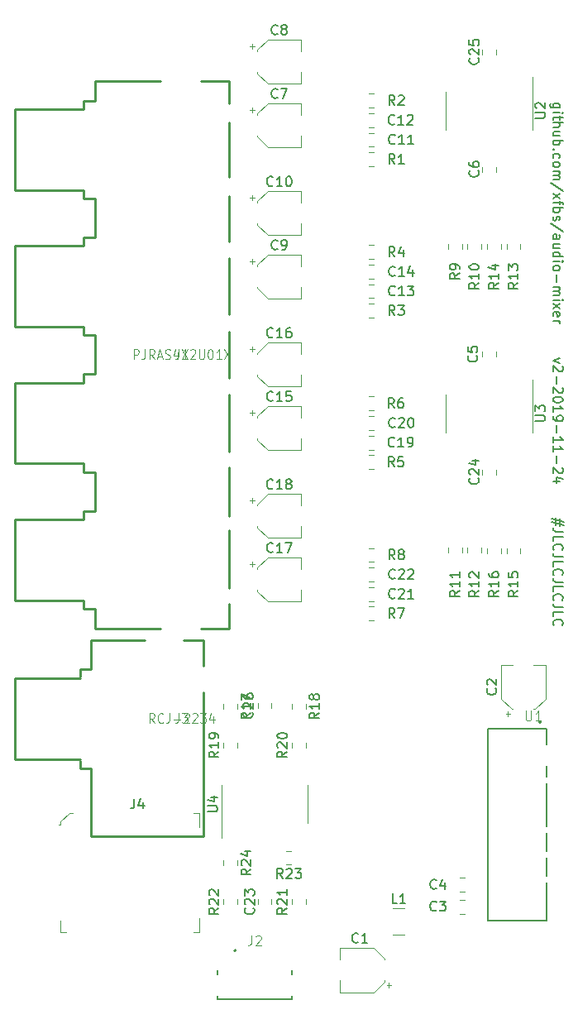
<source format=gbr>
G04 #@! TF.GenerationSoftware,KiCad,Pcbnew,(5.1.4-0-10_14)*
G04 #@! TF.CreationDate,2019-11-24T21:25:27+01:00*
G04 #@! TF.ProjectId,audio-mixer,61756469-6f2d-46d6-9978-65722e6b6963,rev?*
G04 #@! TF.SameCoordinates,Original*
G04 #@! TF.FileFunction,Legend,Top*
G04 #@! TF.FilePolarity,Positive*
%FSLAX46Y46*%
G04 Gerber Fmt 4.6, Leading zero omitted, Abs format (unit mm)*
G04 Created by KiCad (PCBNEW (5.1.4-0-10_14)) date 2019-11-24 21:25:27*
%MOMM*%
%LPD*%
G04 APERTURE LIST*
%ADD10C,0.150000*%
%ADD11C,0.100000*%
%ADD12C,0.120000*%
%ADD13C,0.250000*%
%ADD14C,0.200000*%
%ADD15C,0.127000*%
%ADD16C,0.050000*%
G04 APERTURE END LIST*
D10*
X131714285Y-67797619D02*
X131714285Y-68511904D01*
X132142857Y-68083333D02*
X130857142Y-67797619D01*
X131285714Y-68416666D02*
X131285714Y-67702380D01*
X130857142Y-68130952D02*
X132142857Y-68416666D01*
X132047619Y-69130952D02*
X131333333Y-69130952D01*
X131190476Y-69083333D01*
X131095238Y-68988095D01*
X131047619Y-68845238D01*
X131047619Y-68750000D01*
X131047619Y-70083333D02*
X131047619Y-69607142D01*
X132047619Y-69607142D01*
X131142857Y-70988095D02*
X131095238Y-70940476D01*
X131047619Y-70797619D01*
X131047619Y-70702380D01*
X131095238Y-70559523D01*
X131190476Y-70464285D01*
X131285714Y-70416666D01*
X131476190Y-70369047D01*
X131619047Y-70369047D01*
X131809523Y-70416666D01*
X131904761Y-70464285D01*
X132000000Y-70559523D01*
X132047619Y-70702380D01*
X132047619Y-70797619D01*
X132000000Y-70940476D01*
X131952380Y-70988095D01*
X132047619Y-71702380D02*
X131333333Y-71702380D01*
X131190476Y-71654761D01*
X131095238Y-71559523D01*
X131047619Y-71416666D01*
X131047619Y-71321428D01*
X131047619Y-72654761D02*
X131047619Y-72178571D01*
X132047619Y-72178571D01*
X131142857Y-73559523D02*
X131095238Y-73511904D01*
X131047619Y-73369047D01*
X131047619Y-73273809D01*
X131095238Y-73130952D01*
X131190476Y-73035714D01*
X131285714Y-72988095D01*
X131476190Y-72940476D01*
X131619047Y-72940476D01*
X131809523Y-72988095D01*
X131904761Y-73035714D01*
X132000000Y-73130952D01*
X132047619Y-73273809D01*
X132047619Y-73369047D01*
X132000000Y-73511904D01*
X131952380Y-73559523D01*
X132047619Y-74273809D02*
X131333333Y-74273809D01*
X131190476Y-74226190D01*
X131095238Y-74130952D01*
X131047619Y-73988095D01*
X131047619Y-73892857D01*
X131047619Y-75226190D02*
X131047619Y-74750000D01*
X132047619Y-74750000D01*
X131142857Y-76130952D02*
X131095238Y-76083333D01*
X131047619Y-75940476D01*
X131047619Y-75845238D01*
X131095238Y-75702380D01*
X131190476Y-75607142D01*
X131285714Y-75559523D01*
X131476190Y-75511904D01*
X131619047Y-75511904D01*
X131809523Y-75559523D01*
X131904761Y-75607142D01*
X132000000Y-75702380D01*
X132047619Y-75845238D01*
X132047619Y-75940476D01*
X132000000Y-76083333D01*
X131952380Y-76130952D01*
X132047619Y-76845238D02*
X131333333Y-76845238D01*
X131190476Y-76797619D01*
X131095238Y-76702380D01*
X131047619Y-76559523D01*
X131047619Y-76464285D01*
X131047619Y-77797619D02*
X131047619Y-77321428D01*
X132047619Y-77321428D01*
X131142857Y-78702380D02*
X131095238Y-78654761D01*
X131047619Y-78511904D01*
X131047619Y-78416666D01*
X131095238Y-78273809D01*
X131190476Y-78178571D01*
X131285714Y-78130952D01*
X131476190Y-78083333D01*
X131619047Y-78083333D01*
X131809523Y-78130952D01*
X131904761Y-78178571D01*
X132000000Y-78273809D01*
X132047619Y-78416666D01*
X132047619Y-78511904D01*
X132000000Y-78654761D01*
X131952380Y-78702380D01*
X131714285Y-25738095D02*
X130904761Y-25738095D01*
X130809523Y-25690476D01*
X130761904Y-25642857D01*
X130714285Y-25547619D01*
X130714285Y-25404761D01*
X130761904Y-25309523D01*
X131095238Y-25738095D02*
X131047619Y-25642857D01*
X131047619Y-25452380D01*
X131095238Y-25357142D01*
X131142857Y-25309523D01*
X131238095Y-25261904D01*
X131523809Y-25261904D01*
X131619047Y-25309523D01*
X131666666Y-25357142D01*
X131714285Y-25452380D01*
X131714285Y-25642857D01*
X131666666Y-25738095D01*
X131047619Y-26214285D02*
X131714285Y-26214285D01*
X132047619Y-26214285D02*
X132000000Y-26166666D01*
X131952380Y-26214285D01*
X132000000Y-26261904D01*
X132047619Y-26214285D01*
X131952380Y-26214285D01*
X131714285Y-26547619D02*
X131714285Y-26928571D01*
X132047619Y-26690476D02*
X131190476Y-26690476D01*
X131095238Y-26738095D01*
X131047619Y-26833333D01*
X131047619Y-26928571D01*
X131047619Y-27261904D02*
X132047619Y-27261904D01*
X131047619Y-27690476D02*
X131571428Y-27690476D01*
X131666666Y-27642857D01*
X131714285Y-27547619D01*
X131714285Y-27404761D01*
X131666666Y-27309523D01*
X131619047Y-27261904D01*
X131714285Y-28595238D02*
X131047619Y-28595238D01*
X131714285Y-28166666D02*
X131190476Y-28166666D01*
X131095238Y-28214285D01*
X131047619Y-28309523D01*
X131047619Y-28452380D01*
X131095238Y-28547619D01*
X131142857Y-28595238D01*
X131047619Y-29071428D02*
X132047619Y-29071428D01*
X131666666Y-29071428D02*
X131714285Y-29166666D01*
X131714285Y-29357142D01*
X131666666Y-29452380D01*
X131619047Y-29500000D01*
X131523809Y-29547619D01*
X131238095Y-29547619D01*
X131142857Y-29500000D01*
X131095238Y-29452380D01*
X131047619Y-29357142D01*
X131047619Y-29166666D01*
X131095238Y-29071428D01*
X131142857Y-29976190D02*
X131095238Y-30023809D01*
X131047619Y-29976190D01*
X131095238Y-29928571D01*
X131142857Y-29976190D01*
X131047619Y-29976190D01*
X131095238Y-30880952D02*
X131047619Y-30785714D01*
X131047619Y-30595238D01*
X131095238Y-30500000D01*
X131142857Y-30452380D01*
X131238095Y-30404761D01*
X131523809Y-30404761D01*
X131619047Y-30452380D01*
X131666666Y-30500000D01*
X131714285Y-30595238D01*
X131714285Y-30785714D01*
X131666666Y-30880952D01*
X131047619Y-31452380D02*
X131095238Y-31357142D01*
X131142857Y-31309523D01*
X131238095Y-31261904D01*
X131523809Y-31261904D01*
X131619047Y-31309523D01*
X131666666Y-31357142D01*
X131714285Y-31452380D01*
X131714285Y-31595238D01*
X131666666Y-31690476D01*
X131619047Y-31738095D01*
X131523809Y-31785714D01*
X131238095Y-31785714D01*
X131142857Y-31738095D01*
X131095238Y-31690476D01*
X131047619Y-31595238D01*
X131047619Y-31452380D01*
X131047619Y-32214285D02*
X131714285Y-32214285D01*
X131619047Y-32214285D02*
X131666666Y-32261904D01*
X131714285Y-32357142D01*
X131714285Y-32500000D01*
X131666666Y-32595238D01*
X131571428Y-32642857D01*
X131047619Y-32642857D01*
X131571428Y-32642857D02*
X131666666Y-32690476D01*
X131714285Y-32785714D01*
X131714285Y-32928571D01*
X131666666Y-33023809D01*
X131571428Y-33071428D01*
X131047619Y-33071428D01*
X132095238Y-34261904D02*
X130809523Y-33404761D01*
X131047619Y-34500000D02*
X131714285Y-35023809D01*
X131714285Y-34500000D02*
X131047619Y-35023809D01*
X131714285Y-35261904D02*
X131714285Y-35642857D01*
X131047619Y-35404761D02*
X131904761Y-35404761D01*
X132000000Y-35452380D01*
X132047619Y-35547619D01*
X132047619Y-35642857D01*
X131047619Y-35976190D02*
X132047619Y-35976190D01*
X131666666Y-35976190D02*
X131714285Y-36071428D01*
X131714285Y-36261904D01*
X131666666Y-36357142D01*
X131619047Y-36404761D01*
X131523809Y-36452380D01*
X131238095Y-36452380D01*
X131142857Y-36404761D01*
X131095238Y-36357142D01*
X131047619Y-36261904D01*
X131047619Y-36071428D01*
X131095238Y-35976190D01*
X131095238Y-36833333D02*
X131047619Y-36928571D01*
X131047619Y-37119047D01*
X131095238Y-37214285D01*
X131190476Y-37261904D01*
X131238095Y-37261904D01*
X131333333Y-37214285D01*
X131380952Y-37119047D01*
X131380952Y-36976190D01*
X131428571Y-36880952D01*
X131523809Y-36833333D01*
X131571428Y-36833333D01*
X131666666Y-36880952D01*
X131714285Y-36976190D01*
X131714285Y-37119047D01*
X131666666Y-37214285D01*
X132095238Y-38404761D02*
X130809523Y-37547619D01*
X131047619Y-39166666D02*
X131571428Y-39166666D01*
X131666666Y-39119047D01*
X131714285Y-39023809D01*
X131714285Y-38833333D01*
X131666666Y-38738095D01*
X131095238Y-39166666D02*
X131047619Y-39071428D01*
X131047619Y-38833333D01*
X131095238Y-38738095D01*
X131190476Y-38690476D01*
X131285714Y-38690476D01*
X131380952Y-38738095D01*
X131428571Y-38833333D01*
X131428571Y-39071428D01*
X131476190Y-39166666D01*
X131714285Y-40071428D02*
X131047619Y-40071428D01*
X131714285Y-39642857D02*
X131190476Y-39642857D01*
X131095238Y-39690476D01*
X131047619Y-39785714D01*
X131047619Y-39928571D01*
X131095238Y-40023809D01*
X131142857Y-40071428D01*
X131047619Y-40976190D02*
X132047619Y-40976190D01*
X131095238Y-40976190D02*
X131047619Y-40880952D01*
X131047619Y-40690476D01*
X131095238Y-40595238D01*
X131142857Y-40547619D01*
X131238095Y-40500000D01*
X131523809Y-40500000D01*
X131619047Y-40547619D01*
X131666666Y-40595238D01*
X131714285Y-40690476D01*
X131714285Y-40880952D01*
X131666666Y-40976190D01*
X131047619Y-41452380D02*
X131714285Y-41452380D01*
X132047619Y-41452380D02*
X132000000Y-41404761D01*
X131952380Y-41452380D01*
X132000000Y-41500000D01*
X132047619Y-41452380D01*
X131952380Y-41452380D01*
X131047619Y-42071428D02*
X131095238Y-41976190D01*
X131142857Y-41928571D01*
X131238095Y-41880952D01*
X131523809Y-41880952D01*
X131619047Y-41928571D01*
X131666666Y-41976190D01*
X131714285Y-42071428D01*
X131714285Y-42214285D01*
X131666666Y-42309523D01*
X131619047Y-42357142D01*
X131523809Y-42404761D01*
X131238095Y-42404761D01*
X131142857Y-42357142D01*
X131095238Y-42309523D01*
X131047619Y-42214285D01*
X131047619Y-42071428D01*
X131428571Y-42833333D02*
X131428571Y-43595238D01*
X131047619Y-44071428D02*
X131714285Y-44071428D01*
X131619047Y-44071428D02*
X131666666Y-44119047D01*
X131714285Y-44214285D01*
X131714285Y-44357142D01*
X131666666Y-44452380D01*
X131571428Y-44500000D01*
X131047619Y-44500000D01*
X131571428Y-44500000D02*
X131666666Y-44547619D01*
X131714285Y-44642857D01*
X131714285Y-44785714D01*
X131666666Y-44880952D01*
X131571428Y-44928571D01*
X131047619Y-44928571D01*
X131047619Y-45404761D02*
X131714285Y-45404761D01*
X132047619Y-45404761D02*
X132000000Y-45357142D01*
X131952380Y-45404761D01*
X132000000Y-45452380D01*
X132047619Y-45404761D01*
X131952380Y-45404761D01*
X131047619Y-45785714D02*
X131714285Y-46309523D01*
X131714285Y-45785714D02*
X131047619Y-46309523D01*
X131095238Y-47071428D02*
X131047619Y-46976190D01*
X131047619Y-46785714D01*
X131095238Y-46690476D01*
X131190476Y-46642857D01*
X131571428Y-46642857D01*
X131666666Y-46690476D01*
X131714285Y-46785714D01*
X131714285Y-46976190D01*
X131666666Y-47071428D01*
X131571428Y-47119047D01*
X131476190Y-47119047D01*
X131380952Y-46642857D01*
X131047619Y-47547619D02*
X131714285Y-47547619D01*
X131523809Y-47547619D02*
X131619047Y-47595238D01*
X131666666Y-47642857D01*
X131714285Y-47738095D01*
X131714285Y-47833333D01*
X131714285Y-51369047D02*
X131047619Y-51607142D01*
X131714285Y-51845238D01*
X131952380Y-52178571D02*
X132000000Y-52226190D01*
X132047619Y-52321428D01*
X132047619Y-52559523D01*
X132000000Y-52654761D01*
X131952380Y-52702380D01*
X131857142Y-52750000D01*
X131761904Y-52750000D01*
X131619047Y-52702380D01*
X131047619Y-52130952D01*
X131047619Y-52750000D01*
X131428571Y-53178571D02*
X131428571Y-53940476D01*
X131952380Y-54369047D02*
X132000000Y-54416666D01*
X132047619Y-54511904D01*
X132047619Y-54750000D01*
X132000000Y-54845238D01*
X131952380Y-54892857D01*
X131857142Y-54940476D01*
X131761904Y-54940476D01*
X131619047Y-54892857D01*
X131047619Y-54321428D01*
X131047619Y-54940476D01*
X132047619Y-55559523D02*
X132047619Y-55654761D01*
X132000000Y-55750000D01*
X131952380Y-55797619D01*
X131857142Y-55845238D01*
X131666666Y-55892857D01*
X131428571Y-55892857D01*
X131238095Y-55845238D01*
X131142857Y-55797619D01*
X131095238Y-55750000D01*
X131047619Y-55654761D01*
X131047619Y-55559523D01*
X131095238Y-55464285D01*
X131142857Y-55416666D01*
X131238095Y-55369047D01*
X131428571Y-55321428D01*
X131666666Y-55321428D01*
X131857142Y-55369047D01*
X131952380Y-55416666D01*
X132000000Y-55464285D01*
X132047619Y-55559523D01*
X131047619Y-56845238D02*
X131047619Y-56273809D01*
X131047619Y-56559523D02*
X132047619Y-56559523D01*
X131904761Y-56464285D01*
X131809523Y-56369047D01*
X131761904Y-56273809D01*
X131047619Y-57321428D02*
X131047619Y-57511904D01*
X131095238Y-57607142D01*
X131142857Y-57654761D01*
X131285714Y-57750000D01*
X131476190Y-57797619D01*
X131857142Y-57797619D01*
X131952380Y-57750000D01*
X132000000Y-57702380D01*
X132047619Y-57607142D01*
X132047619Y-57416666D01*
X132000000Y-57321428D01*
X131952380Y-57273809D01*
X131857142Y-57226190D01*
X131619047Y-57226190D01*
X131523809Y-57273809D01*
X131476190Y-57321428D01*
X131428571Y-57416666D01*
X131428571Y-57607142D01*
X131476190Y-57702380D01*
X131523809Y-57750000D01*
X131619047Y-57797619D01*
X131428571Y-58226190D02*
X131428571Y-58988095D01*
X131047619Y-59988095D02*
X131047619Y-59416666D01*
X131047619Y-59702380D02*
X132047619Y-59702380D01*
X131904761Y-59607142D01*
X131809523Y-59511904D01*
X131761904Y-59416666D01*
X131047619Y-60940476D02*
X131047619Y-60369047D01*
X131047619Y-60654761D02*
X132047619Y-60654761D01*
X131904761Y-60559523D01*
X131809523Y-60464285D01*
X131761904Y-60369047D01*
X131428571Y-61369047D02*
X131428571Y-62130952D01*
X131952380Y-62559523D02*
X132000000Y-62607142D01*
X132047619Y-62702380D01*
X132047619Y-62940476D01*
X132000000Y-63035714D01*
X131952380Y-63083333D01*
X131857142Y-63130952D01*
X131761904Y-63130952D01*
X131619047Y-63083333D01*
X131047619Y-62511904D01*
X131047619Y-63130952D01*
X131714285Y-63988095D02*
X131047619Y-63988095D01*
X132095238Y-63750000D02*
X131380952Y-63511904D01*
X131380952Y-64130952D01*
D11*
X81200000Y-110100000D02*
X80600000Y-110100000D01*
X80600000Y-110100000D02*
X80600000Y-108900000D01*
X94200000Y-110100000D02*
X94800000Y-110100000D01*
X94800000Y-110100000D02*
X94800000Y-108700000D01*
X94200000Y-97900000D02*
X94800000Y-97900000D01*
X94800000Y-97900000D02*
X94800000Y-99400000D01*
X81900000Y-97900000D02*
X81500000Y-97900000D01*
X81500000Y-97900000D02*
X80600000Y-98800000D01*
X80600000Y-98800000D02*
X80600000Y-99100000D01*
X80600000Y-99100000D02*
X80400000Y-99100000D01*
D12*
X97290000Y-102741422D02*
X97290000Y-103258578D01*
X98710000Y-102741422D02*
X98710000Y-103258578D01*
X104258578Y-101790000D02*
X103741422Y-101790000D01*
X104258578Y-103210000D02*
X103741422Y-103210000D01*
X98710000Y-107258578D02*
X98710000Y-106741422D01*
X97290000Y-107258578D02*
X97290000Y-106741422D01*
X105710000Y-107258578D02*
X105710000Y-106741422D01*
X104290000Y-107258578D02*
X104290000Y-106741422D01*
X105710000Y-91233578D02*
X105710000Y-90716422D01*
X104290000Y-91233578D02*
X104290000Y-90716422D01*
X98710000Y-91233578D02*
X98710000Y-90716422D01*
X97290000Y-91233578D02*
X97290000Y-90716422D01*
X104290000Y-86741422D02*
X104290000Y-87258578D01*
X105710000Y-86741422D02*
X105710000Y-87258578D01*
X97290000Y-86741422D02*
X97290000Y-87258578D01*
X98710000Y-86741422D02*
X98710000Y-87258578D01*
X114647936Y-110360000D02*
X115852064Y-110360000D01*
X114647936Y-107640000D02*
X115852064Y-107640000D01*
D13*
X97875000Y-69002000D02*
X97875000Y-74899000D01*
X97875000Y-62504000D02*
X97875000Y-67500000D01*
X97875000Y-55099000D02*
X97875000Y-60900000D01*
X97875000Y-48602000D02*
X97875000Y-53404000D01*
X97875000Y-41100000D02*
X97875000Y-46901000D01*
X97875000Y-34801000D02*
X97875000Y-39399000D01*
X97875000Y-27197000D02*
X97875000Y-32799000D01*
X97875000Y-23002000D02*
X97875000Y-25298000D01*
X97875000Y-78998000D02*
X95000000Y-78998000D01*
X84174000Y-78998000D02*
X90799000Y-78998000D01*
X95000000Y-23002000D02*
X97875000Y-23002000D01*
X84174000Y-23002000D02*
X90799000Y-23002000D01*
X84174000Y-24997000D02*
X84174000Y-23002000D01*
X82974000Y-24997000D02*
X84174000Y-24997000D01*
X84174000Y-63003000D02*
X84174000Y-67001000D01*
X84174000Y-48998000D02*
X84174000Y-53002000D01*
X84174000Y-34999000D02*
X84174000Y-39002000D01*
X97875000Y-76498000D02*
X97875000Y-78998000D01*
X82974000Y-76997000D02*
X84174000Y-76997000D01*
X82974000Y-67001000D02*
X84174000Y-67001000D01*
X82974000Y-63003000D02*
X84174000Y-63003000D01*
X82974000Y-53002000D02*
X84174000Y-53002000D01*
X84174000Y-76997000D02*
X84174000Y-78998000D01*
X82974000Y-34999000D02*
X84174000Y-34999000D01*
X82974000Y-39002000D02*
X84174000Y-39002000D01*
X82974000Y-48998000D02*
X84174000Y-48998000D01*
X82974000Y-76152000D02*
X82974000Y-76997000D01*
X82974000Y-67851000D02*
X82974000Y-67001000D01*
X82974000Y-25848000D02*
X82974000Y-24997000D01*
X82974000Y-34149000D02*
X82974000Y-34999000D01*
X82974000Y-39853000D02*
X82974000Y-39002000D01*
X82974000Y-48148000D02*
X82974000Y-48998000D01*
X82974000Y-62147000D02*
X82974000Y-63003000D01*
X82974000Y-53852000D02*
X82974000Y-53002000D01*
X75975000Y-25848000D02*
X82974000Y-25848000D01*
X75975000Y-34149000D02*
X82974000Y-34149000D01*
X75975000Y-39853000D02*
X82974000Y-39853000D01*
X75975000Y-48148000D02*
X82974000Y-48148000D01*
X75975000Y-76152000D02*
X82974000Y-76152000D01*
X75975000Y-67851000D02*
X82974000Y-67851000D01*
X75975000Y-62147000D02*
X82974000Y-62147000D01*
X75975000Y-53852000D02*
X82974000Y-53852000D01*
X75975000Y-25848000D02*
X75975000Y-34149000D01*
X75975000Y-67851000D02*
X75975000Y-76152000D01*
X75975000Y-53852000D02*
X75975000Y-62147000D01*
X75975000Y-39853000D02*
X75975000Y-48148000D01*
X82600000Y-93350000D02*
X82600000Y-92550000D01*
X83748000Y-93350000D02*
X82600000Y-93350000D01*
X82600000Y-83149000D02*
X82600000Y-83949000D01*
X75950000Y-92399000D02*
X82600000Y-92399000D01*
X75950000Y-84100000D02*
X75950000Y-92399000D01*
X82600000Y-84100000D02*
X75950000Y-84100000D01*
X83750000Y-80251000D02*
X83750000Y-83149000D01*
X83750000Y-100250000D02*
X83750000Y-93350000D01*
X95248000Y-100250000D02*
X83750000Y-100250000D01*
X89250000Y-80251000D02*
X83750000Y-80251000D01*
X83748000Y-83149000D02*
X82600000Y-83149000D01*
X95248000Y-85551000D02*
X95248000Y-100250000D01*
X95248000Y-80251000D02*
X95248000Y-82849000D01*
X93250000Y-80251000D02*
X95250000Y-80251000D01*
D12*
X100250000Y-65690000D02*
X100250000Y-66190000D01*
X100000000Y-65940000D02*
X100500000Y-65940000D01*
X100740000Y-68695563D02*
X101804437Y-69760000D01*
X100740000Y-66304437D02*
X101804437Y-65240000D01*
X100740000Y-66304437D02*
X100740000Y-66440000D01*
X100740000Y-68695563D02*
X100740000Y-68560000D01*
X101804437Y-69760000D02*
X105260000Y-69760000D01*
X101804437Y-65240000D02*
X105260000Y-65240000D01*
X105260000Y-65240000D02*
X105260000Y-66440000D01*
X105260000Y-69760000D02*
X105260000Y-68560000D01*
X100250000Y-72190000D02*
X100250000Y-72690000D01*
X100000000Y-72440000D02*
X100500000Y-72440000D01*
X100740000Y-75195563D02*
X101804437Y-76260000D01*
X100740000Y-72804437D02*
X101804437Y-71740000D01*
X100740000Y-72804437D02*
X100740000Y-72940000D01*
X100740000Y-75195563D02*
X100740000Y-75060000D01*
X101804437Y-76260000D02*
X105260000Y-76260000D01*
X101804437Y-71740000D02*
X105260000Y-71740000D01*
X105260000Y-71740000D02*
X105260000Y-72940000D01*
X105260000Y-76260000D02*
X105260000Y-75060000D01*
X100250000Y-50190000D02*
X100250000Y-50690000D01*
X100000000Y-50440000D02*
X100500000Y-50440000D01*
X100740000Y-53195563D02*
X101804437Y-54260000D01*
X100740000Y-50804437D02*
X101804437Y-49740000D01*
X100740000Y-50804437D02*
X100740000Y-50940000D01*
X100740000Y-53195563D02*
X100740000Y-53060000D01*
X101804437Y-54260000D02*
X105260000Y-54260000D01*
X101804437Y-49740000D02*
X105260000Y-49740000D01*
X105260000Y-49740000D02*
X105260000Y-50940000D01*
X105260000Y-54260000D02*
X105260000Y-53060000D01*
X100250000Y-56690000D02*
X100250000Y-57190000D01*
X100000000Y-56940000D02*
X100500000Y-56940000D01*
X100740000Y-59695563D02*
X101804437Y-60760000D01*
X100740000Y-57304437D02*
X101804437Y-56240000D01*
X100740000Y-57304437D02*
X100740000Y-57440000D01*
X100740000Y-59695563D02*
X100740000Y-59560000D01*
X101804437Y-60760000D02*
X105260000Y-60760000D01*
X101804437Y-56240000D02*
X105260000Y-56240000D01*
X105260000Y-56240000D02*
X105260000Y-57440000D01*
X105260000Y-60760000D02*
X105260000Y-59560000D01*
X100250000Y-34690000D02*
X100250000Y-35190000D01*
X100000000Y-34940000D02*
X100500000Y-34940000D01*
X100740000Y-37695563D02*
X101804437Y-38760000D01*
X100740000Y-35304437D02*
X101804437Y-34240000D01*
X100740000Y-35304437D02*
X100740000Y-35440000D01*
X100740000Y-37695563D02*
X100740000Y-37560000D01*
X101804437Y-38760000D02*
X105260000Y-38760000D01*
X101804437Y-34240000D02*
X105260000Y-34240000D01*
X105260000Y-34240000D02*
X105260000Y-35440000D01*
X105260000Y-38760000D02*
X105260000Y-37560000D01*
X100250000Y-41190000D02*
X100250000Y-41690000D01*
X100000000Y-41440000D02*
X100500000Y-41440000D01*
X100740000Y-44195563D02*
X101804437Y-45260000D01*
X100740000Y-41804437D02*
X101804437Y-40740000D01*
X100740000Y-41804437D02*
X100740000Y-41940000D01*
X100740000Y-44195563D02*
X100740000Y-44060000D01*
X101804437Y-45260000D02*
X105260000Y-45260000D01*
X101804437Y-40740000D02*
X105260000Y-40740000D01*
X105260000Y-40740000D02*
X105260000Y-41940000D01*
X105260000Y-45260000D02*
X105260000Y-44060000D01*
X100250000Y-19190000D02*
X100250000Y-19690000D01*
X100000000Y-19440000D02*
X100500000Y-19440000D01*
X100740000Y-22195563D02*
X101804437Y-23260000D01*
X100740000Y-19804437D02*
X101804437Y-18740000D01*
X100740000Y-19804437D02*
X100740000Y-19940000D01*
X100740000Y-22195563D02*
X100740000Y-22060000D01*
X101804437Y-23260000D02*
X105260000Y-23260000D01*
X101804437Y-18740000D02*
X105260000Y-18740000D01*
X105260000Y-18740000D02*
X105260000Y-19940000D01*
X105260000Y-23260000D02*
X105260000Y-22060000D01*
X100250000Y-25690000D02*
X100250000Y-26190000D01*
X100000000Y-25940000D02*
X100500000Y-25940000D01*
X100740000Y-28695563D02*
X101804437Y-29760000D01*
X100740000Y-26304437D02*
X101804437Y-25240000D01*
X100740000Y-26304437D02*
X100740000Y-26440000D01*
X100740000Y-28695563D02*
X100740000Y-28560000D01*
X101804437Y-29760000D02*
X105260000Y-29760000D01*
X101804437Y-25240000D02*
X105260000Y-25240000D01*
X105260000Y-25240000D02*
X105260000Y-26440000D01*
X105260000Y-29760000D02*
X105260000Y-28560000D01*
X126190000Y-87750000D02*
X126690000Y-87750000D01*
X126440000Y-88000000D02*
X126440000Y-87500000D01*
X129195563Y-87260000D02*
X130260000Y-86195563D01*
X126804437Y-87260000D02*
X125740000Y-86195563D01*
X126804437Y-87260000D02*
X126940000Y-87260000D01*
X129195563Y-87260000D02*
X129060000Y-87260000D01*
X130260000Y-86195563D02*
X130260000Y-82740000D01*
X125740000Y-86195563D02*
X125740000Y-82740000D01*
X125740000Y-82740000D02*
X126940000Y-82740000D01*
X130260000Y-82740000D02*
X129060000Y-82740000D01*
X114250000Y-115810000D02*
X114250000Y-115310000D01*
X114500000Y-115560000D02*
X114000000Y-115560000D01*
X113760000Y-112804437D02*
X112695563Y-111740000D01*
X113760000Y-115195563D02*
X112695563Y-116260000D01*
X113760000Y-115195563D02*
X113760000Y-115060000D01*
X113760000Y-112804437D02*
X113760000Y-112940000D01*
X112695563Y-111740000D02*
X109240000Y-111740000D01*
X112695563Y-116260000D02*
X109240000Y-116260000D01*
X109240000Y-116260000D02*
X109240000Y-115060000D01*
X109240000Y-111740000D02*
X109240000Y-112940000D01*
X97065000Y-97000000D02*
X97065000Y-100450000D01*
X97065000Y-97000000D02*
X97065000Y-95050000D01*
X105935000Y-97000000D02*
X105935000Y-98950000D01*
X105935000Y-97000000D02*
X105935000Y-95050000D01*
X128935000Y-57000000D02*
X128935000Y-53550000D01*
X128935000Y-57000000D02*
X128935000Y-58950000D01*
X120065000Y-57000000D02*
X120065000Y-55050000D01*
X120065000Y-57000000D02*
X120065000Y-58950000D01*
X128935000Y-26000000D02*
X128935000Y-22550000D01*
X128935000Y-26000000D02*
X128935000Y-27950000D01*
X120065000Y-26000000D02*
X120065000Y-24050000D01*
X120065000Y-26000000D02*
X120065000Y-27950000D01*
X125710000Y-71321078D02*
X125710000Y-70803922D01*
X124290000Y-71321078D02*
X124290000Y-70803922D01*
X127710000Y-71321078D02*
X127710000Y-70803922D01*
X126290000Y-71321078D02*
X126290000Y-70803922D01*
X125710000Y-40196078D02*
X125710000Y-39678922D01*
X124290000Y-40196078D02*
X124290000Y-39678922D01*
X127710000Y-40196078D02*
X127710000Y-39678922D01*
X126290000Y-40196078D02*
X126290000Y-39678922D01*
X123710000Y-71258578D02*
X123710000Y-70741422D01*
X122290000Y-71258578D02*
X122290000Y-70741422D01*
X121710000Y-71258578D02*
X121710000Y-70741422D01*
X120290000Y-71258578D02*
X120290000Y-70741422D01*
X123710000Y-40196078D02*
X123710000Y-39678922D01*
X122290000Y-40196078D02*
X122290000Y-39678922D01*
X121710000Y-40196078D02*
X121710000Y-39678922D01*
X120290000Y-40196078D02*
X120290000Y-39678922D01*
X112696078Y-70790000D02*
X112178922Y-70790000D01*
X112696078Y-72210000D02*
X112178922Y-72210000D01*
X112696078Y-76790000D02*
X112178922Y-76790000D01*
X112696078Y-78210000D02*
X112178922Y-78210000D01*
X112696078Y-55290000D02*
X112178922Y-55290000D01*
X112696078Y-56710000D02*
X112178922Y-56710000D01*
X112696078Y-61290000D02*
X112178922Y-61290000D01*
X112696078Y-62710000D02*
X112178922Y-62710000D01*
X112696078Y-39790000D02*
X112178922Y-39790000D01*
X112696078Y-41210000D02*
X112178922Y-41210000D01*
X112696078Y-45790000D02*
X112178922Y-45790000D01*
X112696078Y-47210000D02*
X112178922Y-47210000D01*
X112696078Y-24290000D02*
X112178922Y-24290000D01*
X112696078Y-25710000D02*
X112178922Y-25710000D01*
X112696078Y-30290000D02*
X112178922Y-30290000D01*
X112696078Y-31710000D02*
X112178922Y-31710000D01*
X102210000Y-87196078D02*
X102210000Y-86678922D01*
X100790000Y-87196078D02*
X100790000Y-86678922D01*
X125210000Y-20258578D02*
X125210000Y-19741422D01*
X123790000Y-20258578D02*
X123790000Y-19741422D01*
X123790000Y-62803922D02*
X123790000Y-63321078D01*
X125210000Y-62803922D02*
X125210000Y-63321078D01*
X100790000Y-106741422D02*
X100790000Y-107258578D01*
X102210000Y-106741422D02*
X102210000Y-107258578D01*
X112696078Y-72790000D02*
X112178922Y-72790000D01*
X112696078Y-74210000D02*
X112178922Y-74210000D01*
X112696078Y-74790000D02*
X112178922Y-74790000D01*
X112696078Y-76210000D02*
X112178922Y-76210000D01*
X112696078Y-57290000D02*
X112178922Y-57290000D01*
X112696078Y-58710000D02*
X112178922Y-58710000D01*
X112696078Y-59290000D02*
X112178922Y-59290000D01*
X112696078Y-60710000D02*
X112178922Y-60710000D01*
X112696078Y-41790000D02*
X112178922Y-41790000D01*
X112696078Y-43210000D02*
X112178922Y-43210000D01*
X112696078Y-43790000D02*
X112178922Y-43790000D01*
X112696078Y-45210000D02*
X112178922Y-45210000D01*
X112696078Y-26290000D02*
X112178922Y-26290000D01*
X112696078Y-27710000D02*
X112178922Y-27710000D01*
X112696078Y-28290000D02*
X112178922Y-28290000D01*
X112696078Y-29710000D02*
X112178922Y-29710000D01*
X123790000Y-31803922D02*
X123790000Y-32321078D01*
X125210000Y-31803922D02*
X125210000Y-32321078D01*
X125210000Y-51196078D02*
X125210000Y-50678922D01*
X123790000Y-51196078D02*
X123790000Y-50678922D01*
X122008578Y-104540000D02*
X121491422Y-104540000D01*
X122008578Y-105960000D02*
X121491422Y-105960000D01*
X121491422Y-108210000D02*
X122008578Y-108210000D01*
X121491422Y-106790000D02*
X122008578Y-106790000D01*
D14*
X129800000Y-88600000D02*
G75*
G03X129800000Y-88600000I-100000J0D01*
G01*
D15*
X130400000Y-102500000D02*
X130400000Y-104360000D01*
X130400000Y-99960000D02*
X130400000Y-101820000D01*
X130400000Y-93070000D02*
X130400000Y-94200000D01*
X130400000Y-105040000D02*
X130400000Y-108940000D01*
X130400000Y-94880000D02*
X130400000Y-99280000D01*
X130400000Y-89290000D02*
X130400000Y-90930000D01*
X124400000Y-108940000D02*
X124400000Y-89290000D01*
X124400000Y-108940000D02*
X130400000Y-108940000D01*
X130400000Y-89290000D02*
X124400000Y-89290000D01*
X104300000Y-116600000D02*
X104300000Y-116900000D01*
X96700000Y-116600000D02*
X96700000Y-116900000D01*
X104300000Y-114400000D02*
X104300000Y-114000000D01*
X96700000Y-114000000D02*
X96700000Y-114400000D01*
X96700000Y-116950000D02*
X104300000Y-116950000D01*
D14*
X98600000Y-112000000D02*
G75*
G03X98600000Y-112000000I-100000J0D01*
G01*
D10*
X88166666Y-96452380D02*
X88166666Y-97166666D01*
X88119047Y-97309523D01*
X88023809Y-97404761D01*
X87880952Y-97452380D01*
X87785714Y-97452380D01*
X89071428Y-96785714D02*
X89071428Y-97452380D01*
X88833333Y-96404761D02*
X88595238Y-97119047D01*
X89214285Y-97119047D01*
X100102380Y-103642857D02*
X99626190Y-103976190D01*
X100102380Y-104214285D02*
X99102380Y-104214285D01*
X99102380Y-103833333D01*
X99150000Y-103738095D01*
X99197619Y-103690476D01*
X99292857Y-103642857D01*
X99435714Y-103642857D01*
X99530952Y-103690476D01*
X99578571Y-103738095D01*
X99626190Y-103833333D01*
X99626190Y-104214285D01*
X99197619Y-103261904D02*
X99150000Y-103214285D01*
X99102380Y-103119047D01*
X99102380Y-102880952D01*
X99150000Y-102785714D01*
X99197619Y-102738095D01*
X99292857Y-102690476D01*
X99388095Y-102690476D01*
X99530952Y-102738095D01*
X100102380Y-103309523D01*
X100102380Y-102690476D01*
X99435714Y-101833333D02*
X100102380Y-101833333D01*
X99054761Y-102071428D02*
X99769047Y-102309523D01*
X99769047Y-101690476D01*
X103357142Y-104602380D02*
X103023809Y-104126190D01*
X102785714Y-104602380D02*
X102785714Y-103602380D01*
X103166666Y-103602380D01*
X103261904Y-103650000D01*
X103309523Y-103697619D01*
X103357142Y-103792857D01*
X103357142Y-103935714D01*
X103309523Y-104030952D01*
X103261904Y-104078571D01*
X103166666Y-104126190D01*
X102785714Y-104126190D01*
X103738095Y-103697619D02*
X103785714Y-103650000D01*
X103880952Y-103602380D01*
X104119047Y-103602380D01*
X104214285Y-103650000D01*
X104261904Y-103697619D01*
X104309523Y-103792857D01*
X104309523Y-103888095D01*
X104261904Y-104030952D01*
X103690476Y-104602380D01*
X104309523Y-104602380D01*
X104642857Y-103602380D02*
X105261904Y-103602380D01*
X104928571Y-103983333D01*
X105071428Y-103983333D01*
X105166666Y-104030952D01*
X105214285Y-104078571D01*
X105261904Y-104173809D01*
X105261904Y-104411904D01*
X105214285Y-104507142D01*
X105166666Y-104554761D01*
X105071428Y-104602380D01*
X104785714Y-104602380D01*
X104690476Y-104554761D01*
X104642857Y-104507142D01*
X96802380Y-107642857D02*
X96326190Y-107976190D01*
X96802380Y-108214285D02*
X95802380Y-108214285D01*
X95802380Y-107833333D01*
X95850000Y-107738095D01*
X95897619Y-107690476D01*
X95992857Y-107642857D01*
X96135714Y-107642857D01*
X96230952Y-107690476D01*
X96278571Y-107738095D01*
X96326190Y-107833333D01*
X96326190Y-108214285D01*
X95897619Y-107261904D02*
X95850000Y-107214285D01*
X95802380Y-107119047D01*
X95802380Y-106880952D01*
X95850000Y-106785714D01*
X95897619Y-106738095D01*
X95992857Y-106690476D01*
X96088095Y-106690476D01*
X96230952Y-106738095D01*
X96802380Y-107309523D01*
X96802380Y-106690476D01*
X95897619Y-106309523D02*
X95850000Y-106261904D01*
X95802380Y-106166666D01*
X95802380Y-105928571D01*
X95850000Y-105833333D01*
X95897619Y-105785714D01*
X95992857Y-105738095D01*
X96088095Y-105738095D01*
X96230952Y-105785714D01*
X96802380Y-106357142D01*
X96802380Y-105738095D01*
X103802380Y-107642857D02*
X103326190Y-107976190D01*
X103802380Y-108214285D02*
X102802380Y-108214285D01*
X102802380Y-107833333D01*
X102850000Y-107738095D01*
X102897619Y-107690476D01*
X102992857Y-107642857D01*
X103135714Y-107642857D01*
X103230952Y-107690476D01*
X103278571Y-107738095D01*
X103326190Y-107833333D01*
X103326190Y-108214285D01*
X102897619Y-107261904D02*
X102850000Y-107214285D01*
X102802380Y-107119047D01*
X102802380Y-106880952D01*
X102850000Y-106785714D01*
X102897619Y-106738095D01*
X102992857Y-106690476D01*
X103088095Y-106690476D01*
X103230952Y-106738095D01*
X103802380Y-107309523D01*
X103802380Y-106690476D01*
X103802380Y-105738095D02*
X103802380Y-106309523D01*
X103802380Y-106023809D02*
X102802380Y-106023809D01*
X102945238Y-106119047D01*
X103040476Y-106214285D01*
X103088095Y-106309523D01*
X103802380Y-91617857D02*
X103326190Y-91951190D01*
X103802380Y-92189285D02*
X102802380Y-92189285D01*
X102802380Y-91808333D01*
X102850000Y-91713095D01*
X102897619Y-91665476D01*
X102992857Y-91617857D01*
X103135714Y-91617857D01*
X103230952Y-91665476D01*
X103278571Y-91713095D01*
X103326190Y-91808333D01*
X103326190Y-92189285D01*
X102897619Y-91236904D02*
X102850000Y-91189285D01*
X102802380Y-91094047D01*
X102802380Y-90855952D01*
X102850000Y-90760714D01*
X102897619Y-90713095D01*
X102992857Y-90665476D01*
X103088095Y-90665476D01*
X103230952Y-90713095D01*
X103802380Y-91284523D01*
X103802380Y-90665476D01*
X102802380Y-90046428D02*
X102802380Y-89951190D01*
X102850000Y-89855952D01*
X102897619Y-89808333D01*
X102992857Y-89760714D01*
X103183333Y-89713095D01*
X103421428Y-89713095D01*
X103611904Y-89760714D01*
X103707142Y-89808333D01*
X103754761Y-89855952D01*
X103802380Y-89951190D01*
X103802380Y-90046428D01*
X103754761Y-90141666D01*
X103707142Y-90189285D01*
X103611904Y-90236904D01*
X103421428Y-90284523D01*
X103183333Y-90284523D01*
X102992857Y-90236904D01*
X102897619Y-90189285D01*
X102850000Y-90141666D01*
X102802380Y-90046428D01*
X96802380Y-91617857D02*
X96326190Y-91951190D01*
X96802380Y-92189285D02*
X95802380Y-92189285D01*
X95802380Y-91808333D01*
X95850000Y-91713095D01*
X95897619Y-91665476D01*
X95992857Y-91617857D01*
X96135714Y-91617857D01*
X96230952Y-91665476D01*
X96278571Y-91713095D01*
X96326190Y-91808333D01*
X96326190Y-92189285D01*
X96802380Y-90665476D02*
X96802380Y-91236904D01*
X96802380Y-90951190D02*
X95802380Y-90951190D01*
X95945238Y-91046428D01*
X96040476Y-91141666D01*
X96088095Y-91236904D01*
X96802380Y-90189285D02*
X96802380Y-89998809D01*
X96754761Y-89903571D01*
X96707142Y-89855952D01*
X96564285Y-89760714D01*
X96373809Y-89713095D01*
X95992857Y-89713095D01*
X95897619Y-89760714D01*
X95850000Y-89808333D01*
X95802380Y-89903571D01*
X95802380Y-90094047D01*
X95850000Y-90189285D01*
X95897619Y-90236904D01*
X95992857Y-90284523D01*
X96230952Y-90284523D01*
X96326190Y-90236904D01*
X96373809Y-90189285D01*
X96421428Y-90094047D01*
X96421428Y-89903571D01*
X96373809Y-89808333D01*
X96326190Y-89760714D01*
X96230952Y-89713095D01*
X107102380Y-87642857D02*
X106626190Y-87976190D01*
X107102380Y-88214285D02*
X106102380Y-88214285D01*
X106102380Y-87833333D01*
X106150000Y-87738095D01*
X106197619Y-87690476D01*
X106292857Y-87642857D01*
X106435714Y-87642857D01*
X106530952Y-87690476D01*
X106578571Y-87738095D01*
X106626190Y-87833333D01*
X106626190Y-88214285D01*
X107102380Y-86690476D02*
X107102380Y-87261904D01*
X107102380Y-86976190D02*
X106102380Y-86976190D01*
X106245238Y-87071428D01*
X106340476Y-87166666D01*
X106388095Y-87261904D01*
X106530952Y-86119047D02*
X106483333Y-86214285D01*
X106435714Y-86261904D01*
X106340476Y-86309523D01*
X106292857Y-86309523D01*
X106197619Y-86261904D01*
X106150000Y-86214285D01*
X106102380Y-86119047D01*
X106102380Y-85928571D01*
X106150000Y-85833333D01*
X106197619Y-85785714D01*
X106292857Y-85738095D01*
X106340476Y-85738095D01*
X106435714Y-85785714D01*
X106483333Y-85833333D01*
X106530952Y-85928571D01*
X106530952Y-86119047D01*
X106578571Y-86214285D01*
X106626190Y-86261904D01*
X106721428Y-86309523D01*
X106911904Y-86309523D01*
X107007142Y-86261904D01*
X107054761Y-86214285D01*
X107102380Y-86119047D01*
X107102380Y-85928571D01*
X107054761Y-85833333D01*
X107007142Y-85785714D01*
X106911904Y-85738095D01*
X106721428Y-85738095D01*
X106626190Y-85785714D01*
X106578571Y-85833333D01*
X106530952Y-85928571D01*
X100102380Y-87642857D02*
X99626190Y-87976190D01*
X100102380Y-88214285D02*
X99102380Y-88214285D01*
X99102380Y-87833333D01*
X99150000Y-87738095D01*
X99197619Y-87690476D01*
X99292857Y-87642857D01*
X99435714Y-87642857D01*
X99530952Y-87690476D01*
X99578571Y-87738095D01*
X99626190Y-87833333D01*
X99626190Y-88214285D01*
X100102380Y-86690476D02*
X100102380Y-87261904D01*
X100102380Y-86976190D02*
X99102380Y-86976190D01*
X99245238Y-87071428D01*
X99340476Y-87166666D01*
X99388095Y-87261904D01*
X99102380Y-86357142D02*
X99102380Y-85690476D01*
X100102380Y-86119047D01*
X115083333Y-107172380D02*
X114607142Y-107172380D01*
X114607142Y-106172380D01*
X115940476Y-107172380D02*
X115369047Y-107172380D01*
X115654761Y-107172380D02*
X115654761Y-106172380D01*
X115559523Y-106315238D01*
X115464285Y-106410476D01*
X115369047Y-106458095D01*
D16*
X92700000Y-50452380D02*
X92700000Y-51166666D01*
X92657142Y-51309523D01*
X92571428Y-51404761D01*
X92442857Y-51452380D01*
X92357142Y-51452380D01*
X93600000Y-51452380D02*
X93085714Y-51452380D01*
X93342857Y-51452380D02*
X93342857Y-50452380D01*
X93257142Y-50595238D01*
X93171428Y-50690476D01*
X93085714Y-50738095D01*
X88114285Y-51452380D02*
X88114285Y-50452380D01*
X88457142Y-50452380D01*
X88542857Y-50500000D01*
X88585714Y-50547619D01*
X88628571Y-50642857D01*
X88628571Y-50785714D01*
X88585714Y-50880952D01*
X88542857Y-50928571D01*
X88457142Y-50976190D01*
X88114285Y-50976190D01*
X89271428Y-50452380D02*
X89271428Y-51166666D01*
X89228571Y-51309523D01*
X89142857Y-51404761D01*
X89014285Y-51452380D01*
X88928571Y-51452380D01*
X90214285Y-51452380D02*
X89914285Y-50976190D01*
X89700000Y-51452380D02*
X89700000Y-50452380D01*
X90042857Y-50452380D01*
X90128571Y-50500000D01*
X90171428Y-50547619D01*
X90214285Y-50642857D01*
X90214285Y-50785714D01*
X90171428Y-50880952D01*
X90128571Y-50928571D01*
X90042857Y-50976190D01*
X89700000Y-50976190D01*
X90557142Y-51166666D02*
X90985714Y-51166666D01*
X90471428Y-51452380D02*
X90771428Y-50452380D01*
X91071428Y-51452380D01*
X91328571Y-51404761D02*
X91457142Y-51452380D01*
X91671428Y-51452380D01*
X91757142Y-51404761D01*
X91800000Y-51357142D01*
X91842857Y-51261904D01*
X91842857Y-51166666D01*
X91800000Y-51071428D01*
X91757142Y-51023809D01*
X91671428Y-50976190D01*
X91500000Y-50928571D01*
X91414285Y-50880952D01*
X91371428Y-50833333D01*
X91328571Y-50738095D01*
X91328571Y-50642857D01*
X91371428Y-50547619D01*
X91414285Y-50500000D01*
X91500000Y-50452380D01*
X91714285Y-50452380D01*
X91842857Y-50500000D01*
X92614285Y-50785714D02*
X92614285Y-51452380D01*
X92400000Y-50404761D02*
X92185714Y-51119047D01*
X92742857Y-51119047D01*
X93000000Y-50452380D02*
X93600000Y-51452380D01*
X93600000Y-50452380D02*
X93000000Y-51452380D01*
X93900000Y-50547619D02*
X93942857Y-50500000D01*
X94028571Y-50452380D01*
X94242857Y-50452380D01*
X94328571Y-50500000D01*
X94371428Y-50547619D01*
X94414285Y-50642857D01*
X94414285Y-50738095D01*
X94371428Y-50880952D01*
X93857142Y-51452380D01*
X94414285Y-51452380D01*
X94800000Y-50452380D02*
X94800000Y-51261904D01*
X94842857Y-51357142D01*
X94885714Y-51404761D01*
X94971428Y-51452380D01*
X95142857Y-51452380D01*
X95228571Y-51404761D01*
X95271428Y-51357142D01*
X95314285Y-51261904D01*
X95314285Y-50452380D01*
X95914285Y-50452380D02*
X96000000Y-50452380D01*
X96085714Y-50500000D01*
X96128571Y-50547619D01*
X96171428Y-50642857D01*
X96214285Y-50833333D01*
X96214285Y-51071428D01*
X96171428Y-51261904D01*
X96128571Y-51357142D01*
X96085714Y-51404761D01*
X96000000Y-51452380D01*
X95914285Y-51452380D01*
X95828571Y-51404761D01*
X95785714Y-51357142D01*
X95742857Y-51261904D01*
X95700000Y-51071428D01*
X95700000Y-50833333D01*
X95742857Y-50642857D01*
X95785714Y-50547619D01*
X95828571Y-50500000D01*
X95914285Y-50452380D01*
X97071428Y-51452380D02*
X96557142Y-51452380D01*
X96814285Y-51452380D02*
X96814285Y-50452380D01*
X96728571Y-50595238D01*
X96642857Y-50690476D01*
X96557142Y-50738095D01*
X97371428Y-50452380D02*
X97971428Y-51452380D01*
X97971428Y-50452380D02*
X97371428Y-51452380D01*
X92700000Y-87702380D02*
X92700000Y-88416666D01*
X92657142Y-88559523D01*
X92571428Y-88654761D01*
X92442857Y-88702380D01*
X92357142Y-88702380D01*
X93042857Y-87702380D02*
X93600000Y-87702380D01*
X93300000Y-88083333D01*
X93428571Y-88083333D01*
X93514285Y-88130952D01*
X93557142Y-88178571D01*
X93600000Y-88273809D01*
X93600000Y-88511904D01*
X93557142Y-88607142D01*
X93514285Y-88654761D01*
X93428571Y-88702380D01*
X93171428Y-88702380D01*
X93085714Y-88654761D01*
X93042857Y-88607142D01*
X90214285Y-88702380D02*
X89914285Y-88226190D01*
X89700000Y-88702380D02*
X89700000Y-87702380D01*
X90042857Y-87702380D01*
X90128571Y-87750000D01*
X90171428Y-87797619D01*
X90214285Y-87892857D01*
X90214285Y-88035714D01*
X90171428Y-88130952D01*
X90128571Y-88178571D01*
X90042857Y-88226190D01*
X89700000Y-88226190D01*
X91114285Y-88607142D02*
X91071428Y-88654761D01*
X90942857Y-88702380D01*
X90857142Y-88702380D01*
X90728571Y-88654761D01*
X90642857Y-88559523D01*
X90600000Y-88464285D01*
X90557142Y-88273809D01*
X90557142Y-88130952D01*
X90600000Y-87940476D01*
X90642857Y-87845238D01*
X90728571Y-87750000D01*
X90857142Y-87702380D01*
X90942857Y-87702380D01*
X91071428Y-87750000D01*
X91114285Y-87797619D01*
X91757142Y-87702380D02*
X91757142Y-88416666D01*
X91714285Y-88559523D01*
X91628571Y-88654761D01*
X91500000Y-88702380D01*
X91414285Y-88702380D01*
X92185714Y-88321428D02*
X92871428Y-88321428D01*
X93257142Y-87797619D02*
X93300000Y-87750000D01*
X93385714Y-87702380D01*
X93600000Y-87702380D01*
X93685714Y-87750000D01*
X93728571Y-87797619D01*
X93771428Y-87892857D01*
X93771428Y-87988095D01*
X93728571Y-88130952D01*
X93214285Y-88702380D01*
X93771428Y-88702380D01*
X94114285Y-87797619D02*
X94157142Y-87750000D01*
X94242857Y-87702380D01*
X94457142Y-87702380D01*
X94542857Y-87750000D01*
X94585714Y-87797619D01*
X94628571Y-87892857D01*
X94628571Y-87988095D01*
X94585714Y-88130952D01*
X94071428Y-88702380D01*
X94628571Y-88702380D01*
X94928571Y-87702380D02*
X95485714Y-87702380D01*
X95185714Y-88083333D01*
X95314285Y-88083333D01*
X95400000Y-88130952D01*
X95442857Y-88178571D01*
X95485714Y-88273809D01*
X95485714Y-88511904D01*
X95442857Y-88607142D01*
X95400000Y-88654761D01*
X95314285Y-88702380D01*
X95057142Y-88702380D01*
X94971428Y-88654761D01*
X94928571Y-88607142D01*
X96257142Y-88035714D02*
X96257142Y-88702380D01*
X96042857Y-87654761D02*
X95828571Y-88369047D01*
X96385714Y-88369047D01*
D10*
X102357142Y-64657142D02*
X102309523Y-64704761D01*
X102166666Y-64752380D01*
X102071428Y-64752380D01*
X101928571Y-64704761D01*
X101833333Y-64609523D01*
X101785714Y-64514285D01*
X101738095Y-64323809D01*
X101738095Y-64180952D01*
X101785714Y-63990476D01*
X101833333Y-63895238D01*
X101928571Y-63800000D01*
X102071428Y-63752380D01*
X102166666Y-63752380D01*
X102309523Y-63800000D01*
X102357142Y-63847619D01*
X103309523Y-64752380D02*
X102738095Y-64752380D01*
X103023809Y-64752380D02*
X103023809Y-63752380D01*
X102928571Y-63895238D01*
X102833333Y-63990476D01*
X102738095Y-64038095D01*
X103880952Y-64180952D02*
X103785714Y-64133333D01*
X103738095Y-64085714D01*
X103690476Y-63990476D01*
X103690476Y-63942857D01*
X103738095Y-63847619D01*
X103785714Y-63800000D01*
X103880952Y-63752380D01*
X104071428Y-63752380D01*
X104166666Y-63800000D01*
X104214285Y-63847619D01*
X104261904Y-63942857D01*
X104261904Y-63990476D01*
X104214285Y-64085714D01*
X104166666Y-64133333D01*
X104071428Y-64180952D01*
X103880952Y-64180952D01*
X103785714Y-64228571D01*
X103738095Y-64276190D01*
X103690476Y-64371428D01*
X103690476Y-64561904D01*
X103738095Y-64657142D01*
X103785714Y-64704761D01*
X103880952Y-64752380D01*
X104071428Y-64752380D01*
X104166666Y-64704761D01*
X104214285Y-64657142D01*
X104261904Y-64561904D01*
X104261904Y-64371428D01*
X104214285Y-64276190D01*
X104166666Y-64228571D01*
X104071428Y-64180952D01*
X102357142Y-71157142D02*
X102309523Y-71204761D01*
X102166666Y-71252380D01*
X102071428Y-71252380D01*
X101928571Y-71204761D01*
X101833333Y-71109523D01*
X101785714Y-71014285D01*
X101738095Y-70823809D01*
X101738095Y-70680952D01*
X101785714Y-70490476D01*
X101833333Y-70395238D01*
X101928571Y-70300000D01*
X102071428Y-70252380D01*
X102166666Y-70252380D01*
X102309523Y-70300000D01*
X102357142Y-70347619D01*
X103309523Y-71252380D02*
X102738095Y-71252380D01*
X103023809Y-71252380D02*
X103023809Y-70252380D01*
X102928571Y-70395238D01*
X102833333Y-70490476D01*
X102738095Y-70538095D01*
X103642857Y-70252380D02*
X104309523Y-70252380D01*
X103880952Y-71252380D01*
X102357142Y-49157142D02*
X102309523Y-49204761D01*
X102166666Y-49252380D01*
X102071428Y-49252380D01*
X101928571Y-49204761D01*
X101833333Y-49109523D01*
X101785714Y-49014285D01*
X101738095Y-48823809D01*
X101738095Y-48680952D01*
X101785714Y-48490476D01*
X101833333Y-48395238D01*
X101928571Y-48300000D01*
X102071428Y-48252380D01*
X102166666Y-48252380D01*
X102309523Y-48300000D01*
X102357142Y-48347619D01*
X103309523Y-49252380D02*
X102738095Y-49252380D01*
X103023809Y-49252380D02*
X103023809Y-48252380D01*
X102928571Y-48395238D01*
X102833333Y-48490476D01*
X102738095Y-48538095D01*
X104166666Y-48252380D02*
X103976190Y-48252380D01*
X103880952Y-48300000D01*
X103833333Y-48347619D01*
X103738095Y-48490476D01*
X103690476Y-48680952D01*
X103690476Y-49061904D01*
X103738095Y-49157142D01*
X103785714Y-49204761D01*
X103880952Y-49252380D01*
X104071428Y-49252380D01*
X104166666Y-49204761D01*
X104214285Y-49157142D01*
X104261904Y-49061904D01*
X104261904Y-48823809D01*
X104214285Y-48728571D01*
X104166666Y-48680952D01*
X104071428Y-48633333D01*
X103880952Y-48633333D01*
X103785714Y-48680952D01*
X103738095Y-48728571D01*
X103690476Y-48823809D01*
X102357142Y-55657142D02*
X102309523Y-55704761D01*
X102166666Y-55752380D01*
X102071428Y-55752380D01*
X101928571Y-55704761D01*
X101833333Y-55609523D01*
X101785714Y-55514285D01*
X101738095Y-55323809D01*
X101738095Y-55180952D01*
X101785714Y-54990476D01*
X101833333Y-54895238D01*
X101928571Y-54800000D01*
X102071428Y-54752380D01*
X102166666Y-54752380D01*
X102309523Y-54800000D01*
X102357142Y-54847619D01*
X103309523Y-55752380D02*
X102738095Y-55752380D01*
X103023809Y-55752380D02*
X103023809Y-54752380D01*
X102928571Y-54895238D01*
X102833333Y-54990476D01*
X102738095Y-55038095D01*
X104214285Y-54752380D02*
X103738095Y-54752380D01*
X103690476Y-55228571D01*
X103738095Y-55180952D01*
X103833333Y-55133333D01*
X104071428Y-55133333D01*
X104166666Y-55180952D01*
X104214285Y-55228571D01*
X104261904Y-55323809D01*
X104261904Y-55561904D01*
X104214285Y-55657142D01*
X104166666Y-55704761D01*
X104071428Y-55752380D01*
X103833333Y-55752380D01*
X103738095Y-55704761D01*
X103690476Y-55657142D01*
X102357142Y-33657142D02*
X102309523Y-33704761D01*
X102166666Y-33752380D01*
X102071428Y-33752380D01*
X101928571Y-33704761D01*
X101833333Y-33609523D01*
X101785714Y-33514285D01*
X101738095Y-33323809D01*
X101738095Y-33180952D01*
X101785714Y-32990476D01*
X101833333Y-32895238D01*
X101928571Y-32800000D01*
X102071428Y-32752380D01*
X102166666Y-32752380D01*
X102309523Y-32800000D01*
X102357142Y-32847619D01*
X103309523Y-33752380D02*
X102738095Y-33752380D01*
X103023809Y-33752380D02*
X103023809Y-32752380D01*
X102928571Y-32895238D01*
X102833333Y-32990476D01*
X102738095Y-33038095D01*
X103928571Y-32752380D02*
X104023809Y-32752380D01*
X104119047Y-32800000D01*
X104166666Y-32847619D01*
X104214285Y-32942857D01*
X104261904Y-33133333D01*
X104261904Y-33371428D01*
X104214285Y-33561904D01*
X104166666Y-33657142D01*
X104119047Y-33704761D01*
X104023809Y-33752380D01*
X103928571Y-33752380D01*
X103833333Y-33704761D01*
X103785714Y-33657142D01*
X103738095Y-33561904D01*
X103690476Y-33371428D01*
X103690476Y-33133333D01*
X103738095Y-32942857D01*
X103785714Y-32847619D01*
X103833333Y-32800000D01*
X103928571Y-32752380D01*
X102833333Y-40157142D02*
X102785714Y-40204761D01*
X102642857Y-40252380D01*
X102547619Y-40252380D01*
X102404761Y-40204761D01*
X102309523Y-40109523D01*
X102261904Y-40014285D01*
X102214285Y-39823809D01*
X102214285Y-39680952D01*
X102261904Y-39490476D01*
X102309523Y-39395238D01*
X102404761Y-39300000D01*
X102547619Y-39252380D01*
X102642857Y-39252380D01*
X102785714Y-39300000D01*
X102833333Y-39347619D01*
X103309523Y-40252380D02*
X103500000Y-40252380D01*
X103595238Y-40204761D01*
X103642857Y-40157142D01*
X103738095Y-40014285D01*
X103785714Y-39823809D01*
X103785714Y-39442857D01*
X103738095Y-39347619D01*
X103690476Y-39300000D01*
X103595238Y-39252380D01*
X103404761Y-39252380D01*
X103309523Y-39300000D01*
X103261904Y-39347619D01*
X103214285Y-39442857D01*
X103214285Y-39680952D01*
X103261904Y-39776190D01*
X103309523Y-39823809D01*
X103404761Y-39871428D01*
X103595238Y-39871428D01*
X103690476Y-39823809D01*
X103738095Y-39776190D01*
X103785714Y-39680952D01*
X102833333Y-18157142D02*
X102785714Y-18204761D01*
X102642857Y-18252380D01*
X102547619Y-18252380D01*
X102404761Y-18204761D01*
X102309523Y-18109523D01*
X102261904Y-18014285D01*
X102214285Y-17823809D01*
X102214285Y-17680952D01*
X102261904Y-17490476D01*
X102309523Y-17395238D01*
X102404761Y-17300000D01*
X102547619Y-17252380D01*
X102642857Y-17252380D01*
X102785714Y-17300000D01*
X102833333Y-17347619D01*
X103404761Y-17680952D02*
X103309523Y-17633333D01*
X103261904Y-17585714D01*
X103214285Y-17490476D01*
X103214285Y-17442857D01*
X103261904Y-17347619D01*
X103309523Y-17300000D01*
X103404761Y-17252380D01*
X103595238Y-17252380D01*
X103690476Y-17300000D01*
X103738095Y-17347619D01*
X103785714Y-17442857D01*
X103785714Y-17490476D01*
X103738095Y-17585714D01*
X103690476Y-17633333D01*
X103595238Y-17680952D01*
X103404761Y-17680952D01*
X103309523Y-17728571D01*
X103261904Y-17776190D01*
X103214285Y-17871428D01*
X103214285Y-18061904D01*
X103261904Y-18157142D01*
X103309523Y-18204761D01*
X103404761Y-18252380D01*
X103595238Y-18252380D01*
X103690476Y-18204761D01*
X103738095Y-18157142D01*
X103785714Y-18061904D01*
X103785714Y-17871428D01*
X103738095Y-17776190D01*
X103690476Y-17728571D01*
X103595238Y-17680952D01*
X102833333Y-24657142D02*
X102785714Y-24704761D01*
X102642857Y-24752380D01*
X102547619Y-24752380D01*
X102404761Y-24704761D01*
X102309523Y-24609523D01*
X102261904Y-24514285D01*
X102214285Y-24323809D01*
X102214285Y-24180952D01*
X102261904Y-23990476D01*
X102309523Y-23895238D01*
X102404761Y-23800000D01*
X102547619Y-23752380D01*
X102642857Y-23752380D01*
X102785714Y-23800000D01*
X102833333Y-23847619D01*
X103166666Y-23752380D02*
X103833333Y-23752380D01*
X103404761Y-24752380D01*
X125157142Y-85166666D02*
X125204761Y-85214285D01*
X125252380Y-85357142D01*
X125252380Y-85452380D01*
X125204761Y-85595238D01*
X125109523Y-85690476D01*
X125014285Y-85738095D01*
X124823809Y-85785714D01*
X124680952Y-85785714D01*
X124490476Y-85738095D01*
X124395238Y-85690476D01*
X124300000Y-85595238D01*
X124252380Y-85452380D01*
X124252380Y-85357142D01*
X124300000Y-85214285D01*
X124347619Y-85166666D01*
X124347619Y-84785714D02*
X124300000Y-84738095D01*
X124252380Y-84642857D01*
X124252380Y-84404761D01*
X124300000Y-84309523D01*
X124347619Y-84261904D01*
X124442857Y-84214285D01*
X124538095Y-84214285D01*
X124680952Y-84261904D01*
X125252380Y-84833333D01*
X125252380Y-84214285D01*
X111083333Y-111107142D02*
X111035714Y-111154761D01*
X110892857Y-111202380D01*
X110797619Y-111202380D01*
X110654761Y-111154761D01*
X110559523Y-111059523D01*
X110511904Y-110964285D01*
X110464285Y-110773809D01*
X110464285Y-110630952D01*
X110511904Y-110440476D01*
X110559523Y-110345238D01*
X110654761Y-110250000D01*
X110797619Y-110202380D01*
X110892857Y-110202380D01*
X111035714Y-110250000D01*
X111083333Y-110297619D01*
X112035714Y-111202380D02*
X111464285Y-111202380D01*
X111750000Y-111202380D02*
X111750000Y-110202380D01*
X111654761Y-110345238D01*
X111559523Y-110440476D01*
X111464285Y-110488095D01*
X95672380Y-97761904D02*
X96481904Y-97761904D01*
X96577142Y-97714285D01*
X96624761Y-97666666D01*
X96672380Y-97571428D01*
X96672380Y-97380952D01*
X96624761Y-97285714D01*
X96577142Y-97238095D01*
X96481904Y-97190476D01*
X95672380Y-97190476D01*
X96005714Y-96285714D02*
X96672380Y-96285714D01*
X95624761Y-96523809D02*
X96339047Y-96761904D01*
X96339047Y-96142857D01*
X129232380Y-57761904D02*
X130041904Y-57761904D01*
X130137142Y-57714285D01*
X130184761Y-57666666D01*
X130232380Y-57571428D01*
X130232380Y-57380952D01*
X130184761Y-57285714D01*
X130137142Y-57238095D01*
X130041904Y-57190476D01*
X129232380Y-57190476D01*
X129232380Y-56809523D02*
X129232380Y-56190476D01*
X129613333Y-56523809D01*
X129613333Y-56380952D01*
X129660952Y-56285714D01*
X129708571Y-56238095D01*
X129803809Y-56190476D01*
X130041904Y-56190476D01*
X130137142Y-56238095D01*
X130184761Y-56285714D01*
X130232380Y-56380952D01*
X130232380Y-56666666D01*
X130184761Y-56761904D01*
X130137142Y-56809523D01*
X129232380Y-26761904D02*
X130041904Y-26761904D01*
X130137142Y-26714285D01*
X130184761Y-26666666D01*
X130232380Y-26571428D01*
X130232380Y-26380952D01*
X130184761Y-26285714D01*
X130137142Y-26238095D01*
X130041904Y-26190476D01*
X129232380Y-26190476D01*
X129327619Y-25761904D02*
X129280000Y-25714285D01*
X129232380Y-25619047D01*
X129232380Y-25380952D01*
X129280000Y-25285714D01*
X129327619Y-25238095D01*
X129422857Y-25190476D01*
X129518095Y-25190476D01*
X129660952Y-25238095D01*
X130232380Y-25809523D01*
X130232380Y-25190476D01*
X125452380Y-75142857D02*
X124976190Y-75476190D01*
X125452380Y-75714285D02*
X124452380Y-75714285D01*
X124452380Y-75333333D01*
X124500000Y-75238095D01*
X124547619Y-75190476D01*
X124642857Y-75142857D01*
X124785714Y-75142857D01*
X124880952Y-75190476D01*
X124928571Y-75238095D01*
X124976190Y-75333333D01*
X124976190Y-75714285D01*
X125452380Y-74190476D02*
X125452380Y-74761904D01*
X125452380Y-74476190D02*
X124452380Y-74476190D01*
X124595238Y-74571428D01*
X124690476Y-74666666D01*
X124738095Y-74761904D01*
X124452380Y-73333333D02*
X124452380Y-73523809D01*
X124500000Y-73619047D01*
X124547619Y-73666666D01*
X124690476Y-73761904D01*
X124880952Y-73809523D01*
X125261904Y-73809523D01*
X125357142Y-73761904D01*
X125404761Y-73714285D01*
X125452380Y-73619047D01*
X125452380Y-73428571D01*
X125404761Y-73333333D01*
X125357142Y-73285714D01*
X125261904Y-73238095D01*
X125023809Y-73238095D01*
X124928571Y-73285714D01*
X124880952Y-73333333D01*
X124833333Y-73428571D01*
X124833333Y-73619047D01*
X124880952Y-73714285D01*
X124928571Y-73761904D01*
X125023809Y-73809523D01*
X127452380Y-75142857D02*
X126976190Y-75476190D01*
X127452380Y-75714285D02*
X126452380Y-75714285D01*
X126452380Y-75333333D01*
X126500000Y-75238095D01*
X126547619Y-75190476D01*
X126642857Y-75142857D01*
X126785714Y-75142857D01*
X126880952Y-75190476D01*
X126928571Y-75238095D01*
X126976190Y-75333333D01*
X126976190Y-75714285D01*
X127452380Y-74190476D02*
X127452380Y-74761904D01*
X127452380Y-74476190D02*
X126452380Y-74476190D01*
X126595238Y-74571428D01*
X126690476Y-74666666D01*
X126738095Y-74761904D01*
X126452380Y-73285714D02*
X126452380Y-73761904D01*
X126928571Y-73809523D01*
X126880952Y-73761904D01*
X126833333Y-73666666D01*
X126833333Y-73428571D01*
X126880952Y-73333333D01*
X126928571Y-73285714D01*
X127023809Y-73238095D01*
X127261904Y-73238095D01*
X127357142Y-73285714D01*
X127404761Y-73333333D01*
X127452380Y-73428571D01*
X127452380Y-73666666D01*
X127404761Y-73761904D01*
X127357142Y-73809523D01*
X125452380Y-43642857D02*
X124976190Y-43976190D01*
X125452380Y-44214285D02*
X124452380Y-44214285D01*
X124452380Y-43833333D01*
X124500000Y-43738095D01*
X124547619Y-43690476D01*
X124642857Y-43642857D01*
X124785714Y-43642857D01*
X124880952Y-43690476D01*
X124928571Y-43738095D01*
X124976190Y-43833333D01*
X124976190Y-44214285D01*
X125452380Y-42690476D02*
X125452380Y-43261904D01*
X125452380Y-42976190D02*
X124452380Y-42976190D01*
X124595238Y-43071428D01*
X124690476Y-43166666D01*
X124738095Y-43261904D01*
X124785714Y-41833333D02*
X125452380Y-41833333D01*
X124404761Y-42071428D02*
X125119047Y-42309523D01*
X125119047Y-41690476D01*
X127452380Y-43642857D02*
X126976190Y-43976190D01*
X127452380Y-44214285D02*
X126452380Y-44214285D01*
X126452380Y-43833333D01*
X126500000Y-43738095D01*
X126547619Y-43690476D01*
X126642857Y-43642857D01*
X126785714Y-43642857D01*
X126880952Y-43690476D01*
X126928571Y-43738095D01*
X126976190Y-43833333D01*
X126976190Y-44214285D01*
X127452380Y-42690476D02*
X127452380Y-43261904D01*
X127452380Y-42976190D02*
X126452380Y-42976190D01*
X126595238Y-43071428D01*
X126690476Y-43166666D01*
X126738095Y-43261904D01*
X126452380Y-42357142D02*
X126452380Y-41738095D01*
X126833333Y-42071428D01*
X126833333Y-41928571D01*
X126880952Y-41833333D01*
X126928571Y-41785714D01*
X127023809Y-41738095D01*
X127261904Y-41738095D01*
X127357142Y-41785714D01*
X127404761Y-41833333D01*
X127452380Y-41928571D01*
X127452380Y-42214285D01*
X127404761Y-42309523D01*
X127357142Y-42357142D01*
X123452380Y-75142857D02*
X122976190Y-75476190D01*
X123452380Y-75714285D02*
X122452380Y-75714285D01*
X122452380Y-75333333D01*
X122500000Y-75238095D01*
X122547619Y-75190476D01*
X122642857Y-75142857D01*
X122785714Y-75142857D01*
X122880952Y-75190476D01*
X122928571Y-75238095D01*
X122976190Y-75333333D01*
X122976190Y-75714285D01*
X123452380Y-74190476D02*
X123452380Y-74761904D01*
X123452380Y-74476190D02*
X122452380Y-74476190D01*
X122595238Y-74571428D01*
X122690476Y-74666666D01*
X122738095Y-74761904D01*
X122547619Y-73809523D02*
X122500000Y-73761904D01*
X122452380Y-73666666D01*
X122452380Y-73428571D01*
X122500000Y-73333333D01*
X122547619Y-73285714D01*
X122642857Y-73238095D01*
X122738095Y-73238095D01*
X122880952Y-73285714D01*
X123452380Y-73857142D01*
X123452380Y-73238095D01*
X121452380Y-75142857D02*
X120976190Y-75476190D01*
X121452380Y-75714285D02*
X120452380Y-75714285D01*
X120452380Y-75333333D01*
X120500000Y-75238095D01*
X120547619Y-75190476D01*
X120642857Y-75142857D01*
X120785714Y-75142857D01*
X120880952Y-75190476D01*
X120928571Y-75238095D01*
X120976190Y-75333333D01*
X120976190Y-75714285D01*
X121452380Y-74190476D02*
X121452380Y-74761904D01*
X121452380Y-74476190D02*
X120452380Y-74476190D01*
X120595238Y-74571428D01*
X120690476Y-74666666D01*
X120738095Y-74761904D01*
X121452380Y-73238095D02*
X121452380Y-73809523D01*
X121452380Y-73523809D02*
X120452380Y-73523809D01*
X120595238Y-73619047D01*
X120690476Y-73714285D01*
X120738095Y-73809523D01*
X123452380Y-43642857D02*
X122976190Y-43976190D01*
X123452380Y-44214285D02*
X122452380Y-44214285D01*
X122452380Y-43833333D01*
X122500000Y-43738095D01*
X122547619Y-43690476D01*
X122642857Y-43642857D01*
X122785714Y-43642857D01*
X122880952Y-43690476D01*
X122928571Y-43738095D01*
X122976190Y-43833333D01*
X122976190Y-44214285D01*
X123452380Y-42690476D02*
X123452380Y-43261904D01*
X123452380Y-42976190D02*
X122452380Y-42976190D01*
X122595238Y-43071428D01*
X122690476Y-43166666D01*
X122738095Y-43261904D01*
X122452380Y-42071428D02*
X122452380Y-41976190D01*
X122500000Y-41880952D01*
X122547619Y-41833333D01*
X122642857Y-41785714D01*
X122833333Y-41738095D01*
X123071428Y-41738095D01*
X123261904Y-41785714D01*
X123357142Y-41833333D01*
X123404761Y-41880952D01*
X123452380Y-41976190D01*
X123452380Y-42071428D01*
X123404761Y-42166666D01*
X123357142Y-42214285D01*
X123261904Y-42261904D01*
X123071428Y-42309523D01*
X122833333Y-42309523D01*
X122642857Y-42261904D01*
X122547619Y-42214285D01*
X122500000Y-42166666D01*
X122452380Y-42071428D01*
X121452380Y-42666666D02*
X120976190Y-43000000D01*
X121452380Y-43238095D02*
X120452380Y-43238095D01*
X120452380Y-42857142D01*
X120500000Y-42761904D01*
X120547619Y-42714285D01*
X120642857Y-42666666D01*
X120785714Y-42666666D01*
X120880952Y-42714285D01*
X120928571Y-42761904D01*
X120976190Y-42857142D01*
X120976190Y-43238095D01*
X121452380Y-42190476D02*
X121452380Y-42000000D01*
X121404761Y-41904761D01*
X121357142Y-41857142D01*
X121214285Y-41761904D01*
X121023809Y-41714285D01*
X120642857Y-41714285D01*
X120547619Y-41761904D01*
X120500000Y-41809523D01*
X120452380Y-41904761D01*
X120452380Y-42095238D01*
X120500000Y-42190476D01*
X120547619Y-42238095D01*
X120642857Y-42285714D01*
X120880952Y-42285714D01*
X120976190Y-42238095D01*
X121023809Y-42190476D01*
X121071428Y-42095238D01*
X121071428Y-41904761D01*
X121023809Y-41809523D01*
X120976190Y-41761904D01*
X120880952Y-41714285D01*
X114833333Y-71952380D02*
X114500000Y-71476190D01*
X114261904Y-71952380D02*
X114261904Y-70952380D01*
X114642857Y-70952380D01*
X114738095Y-71000000D01*
X114785714Y-71047619D01*
X114833333Y-71142857D01*
X114833333Y-71285714D01*
X114785714Y-71380952D01*
X114738095Y-71428571D01*
X114642857Y-71476190D01*
X114261904Y-71476190D01*
X115404761Y-71380952D02*
X115309523Y-71333333D01*
X115261904Y-71285714D01*
X115214285Y-71190476D01*
X115214285Y-71142857D01*
X115261904Y-71047619D01*
X115309523Y-71000000D01*
X115404761Y-70952380D01*
X115595238Y-70952380D01*
X115690476Y-71000000D01*
X115738095Y-71047619D01*
X115785714Y-71142857D01*
X115785714Y-71190476D01*
X115738095Y-71285714D01*
X115690476Y-71333333D01*
X115595238Y-71380952D01*
X115404761Y-71380952D01*
X115309523Y-71428571D01*
X115261904Y-71476190D01*
X115214285Y-71571428D01*
X115214285Y-71761904D01*
X115261904Y-71857142D01*
X115309523Y-71904761D01*
X115404761Y-71952380D01*
X115595238Y-71952380D01*
X115690476Y-71904761D01*
X115738095Y-71857142D01*
X115785714Y-71761904D01*
X115785714Y-71571428D01*
X115738095Y-71476190D01*
X115690476Y-71428571D01*
X115595238Y-71380952D01*
X114833333Y-77952380D02*
X114500000Y-77476190D01*
X114261904Y-77952380D02*
X114261904Y-76952380D01*
X114642857Y-76952380D01*
X114738095Y-77000000D01*
X114785714Y-77047619D01*
X114833333Y-77142857D01*
X114833333Y-77285714D01*
X114785714Y-77380952D01*
X114738095Y-77428571D01*
X114642857Y-77476190D01*
X114261904Y-77476190D01*
X115166666Y-76952380D02*
X115833333Y-76952380D01*
X115404761Y-77952380D01*
X114770833Y-56452380D02*
X114437500Y-55976190D01*
X114199404Y-56452380D02*
X114199404Y-55452380D01*
X114580357Y-55452380D01*
X114675595Y-55500000D01*
X114723214Y-55547619D01*
X114770833Y-55642857D01*
X114770833Y-55785714D01*
X114723214Y-55880952D01*
X114675595Y-55928571D01*
X114580357Y-55976190D01*
X114199404Y-55976190D01*
X115627976Y-55452380D02*
X115437500Y-55452380D01*
X115342261Y-55500000D01*
X115294642Y-55547619D01*
X115199404Y-55690476D01*
X115151785Y-55880952D01*
X115151785Y-56261904D01*
X115199404Y-56357142D01*
X115247023Y-56404761D01*
X115342261Y-56452380D01*
X115532738Y-56452380D01*
X115627976Y-56404761D01*
X115675595Y-56357142D01*
X115723214Y-56261904D01*
X115723214Y-56023809D01*
X115675595Y-55928571D01*
X115627976Y-55880952D01*
X115532738Y-55833333D01*
X115342261Y-55833333D01*
X115247023Y-55880952D01*
X115199404Y-55928571D01*
X115151785Y-56023809D01*
X114770833Y-62452380D02*
X114437500Y-61976190D01*
X114199404Y-62452380D02*
X114199404Y-61452380D01*
X114580357Y-61452380D01*
X114675595Y-61500000D01*
X114723214Y-61547619D01*
X114770833Y-61642857D01*
X114770833Y-61785714D01*
X114723214Y-61880952D01*
X114675595Y-61928571D01*
X114580357Y-61976190D01*
X114199404Y-61976190D01*
X115675595Y-61452380D02*
X115199404Y-61452380D01*
X115151785Y-61928571D01*
X115199404Y-61880952D01*
X115294642Y-61833333D01*
X115532738Y-61833333D01*
X115627976Y-61880952D01*
X115675595Y-61928571D01*
X115723214Y-62023809D01*
X115723214Y-62261904D01*
X115675595Y-62357142D01*
X115627976Y-62404761D01*
X115532738Y-62452380D01*
X115294642Y-62452380D01*
X115199404Y-62404761D01*
X115151785Y-62357142D01*
X114833333Y-40952380D02*
X114500000Y-40476190D01*
X114261904Y-40952380D02*
X114261904Y-39952380D01*
X114642857Y-39952380D01*
X114738095Y-40000000D01*
X114785714Y-40047619D01*
X114833333Y-40142857D01*
X114833333Y-40285714D01*
X114785714Y-40380952D01*
X114738095Y-40428571D01*
X114642857Y-40476190D01*
X114261904Y-40476190D01*
X115690476Y-40285714D02*
X115690476Y-40952380D01*
X115452380Y-39904761D02*
X115214285Y-40619047D01*
X115833333Y-40619047D01*
X114833333Y-46952380D02*
X114500000Y-46476190D01*
X114261904Y-46952380D02*
X114261904Y-45952380D01*
X114642857Y-45952380D01*
X114738095Y-46000000D01*
X114785714Y-46047619D01*
X114833333Y-46142857D01*
X114833333Y-46285714D01*
X114785714Y-46380952D01*
X114738095Y-46428571D01*
X114642857Y-46476190D01*
X114261904Y-46476190D01*
X115166666Y-45952380D02*
X115785714Y-45952380D01*
X115452380Y-46333333D01*
X115595238Y-46333333D01*
X115690476Y-46380952D01*
X115738095Y-46428571D01*
X115785714Y-46523809D01*
X115785714Y-46761904D01*
X115738095Y-46857142D01*
X115690476Y-46904761D01*
X115595238Y-46952380D01*
X115309523Y-46952380D01*
X115214285Y-46904761D01*
X115166666Y-46857142D01*
X114833333Y-25452380D02*
X114500000Y-24976190D01*
X114261904Y-25452380D02*
X114261904Y-24452380D01*
X114642857Y-24452380D01*
X114738095Y-24500000D01*
X114785714Y-24547619D01*
X114833333Y-24642857D01*
X114833333Y-24785714D01*
X114785714Y-24880952D01*
X114738095Y-24928571D01*
X114642857Y-24976190D01*
X114261904Y-24976190D01*
X115214285Y-24547619D02*
X115261904Y-24500000D01*
X115357142Y-24452380D01*
X115595238Y-24452380D01*
X115690476Y-24500000D01*
X115738095Y-24547619D01*
X115785714Y-24642857D01*
X115785714Y-24738095D01*
X115738095Y-24880952D01*
X115166666Y-25452380D01*
X115785714Y-25452380D01*
X114833333Y-31452380D02*
X114500000Y-30976190D01*
X114261904Y-31452380D02*
X114261904Y-30452380D01*
X114642857Y-30452380D01*
X114738095Y-30500000D01*
X114785714Y-30547619D01*
X114833333Y-30642857D01*
X114833333Y-30785714D01*
X114785714Y-30880952D01*
X114738095Y-30928571D01*
X114642857Y-30976190D01*
X114261904Y-30976190D01*
X115785714Y-31452380D02*
X115214285Y-31452380D01*
X115500000Y-31452380D02*
X115500000Y-30452380D01*
X115404761Y-30595238D01*
X115309523Y-30690476D01*
X115214285Y-30738095D01*
X100207142Y-87580357D02*
X100254761Y-87627976D01*
X100302380Y-87770833D01*
X100302380Y-87866071D01*
X100254761Y-88008928D01*
X100159523Y-88104166D01*
X100064285Y-88151785D01*
X99873809Y-88199404D01*
X99730952Y-88199404D01*
X99540476Y-88151785D01*
X99445238Y-88104166D01*
X99350000Y-88008928D01*
X99302380Y-87866071D01*
X99302380Y-87770833D01*
X99350000Y-87627976D01*
X99397619Y-87580357D01*
X99397619Y-87199404D02*
X99350000Y-87151785D01*
X99302380Y-87056547D01*
X99302380Y-86818452D01*
X99350000Y-86723214D01*
X99397619Y-86675595D01*
X99492857Y-86627976D01*
X99588095Y-86627976D01*
X99730952Y-86675595D01*
X100302380Y-87247023D01*
X100302380Y-86627976D01*
X99302380Y-85770833D02*
X99302380Y-85961309D01*
X99350000Y-86056547D01*
X99397619Y-86104166D01*
X99540476Y-86199404D01*
X99730952Y-86247023D01*
X100111904Y-86247023D01*
X100207142Y-86199404D01*
X100254761Y-86151785D01*
X100302380Y-86056547D01*
X100302380Y-85866071D01*
X100254761Y-85770833D01*
X100207142Y-85723214D01*
X100111904Y-85675595D01*
X99873809Y-85675595D01*
X99778571Y-85723214D01*
X99730952Y-85770833D01*
X99683333Y-85866071D01*
X99683333Y-86056547D01*
X99730952Y-86151785D01*
X99778571Y-86199404D01*
X99873809Y-86247023D01*
X123357142Y-20642857D02*
X123404761Y-20690476D01*
X123452380Y-20833333D01*
X123452380Y-20928571D01*
X123404761Y-21071428D01*
X123309523Y-21166666D01*
X123214285Y-21214285D01*
X123023809Y-21261904D01*
X122880952Y-21261904D01*
X122690476Y-21214285D01*
X122595238Y-21166666D01*
X122500000Y-21071428D01*
X122452380Y-20928571D01*
X122452380Y-20833333D01*
X122500000Y-20690476D01*
X122547619Y-20642857D01*
X122547619Y-20261904D02*
X122500000Y-20214285D01*
X122452380Y-20119047D01*
X122452380Y-19880952D01*
X122500000Y-19785714D01*
X122547619Y-19738095D01*
X122642857Y-19690476D01*
X122738095Y-19690476D01*
X122880952Y-19738095D01*
X123452380Y-20309523D01*
X123452380Y-19690476D01*
X122452380Y-18785714D02*
X122452380Y-19261904D01*
X122928571Y-19309523D01*
X122880952Y-19261904D01*
X122833333Y-19166666D01*
X122833333Y-18928571D01*
X122880952Y-18833333D01*
X122928571Y-18785714D01*
X123023809Y-18738095D01*
X123261904Y-18738095D01*
X123357142Y-18785714D01*
X123404761Y-18833333D01*
X123452380Y-18928571D01*
X123452380Y-19166666D01*
X123404761Y-19261904D01*
X123357142Y-19309523D01*
X123357142Y-63642857D02*
X123404761Y-63690476D01*
X123452380Y-63833333D01*
X123452380Y-63928571D01*
X123404761Y-64071428D01*
X123309523Y-64166666D01*
X123214285Y-64214285D01*
X123023809Y-64261904D01*
X122880952Y-64261904D01*
X122690476Y-64214285D01*
X122595238Y-64166666D01*
X122500000Y-64071428D01*
X122452380Y-63928571D01*
X122452380Y-63833333D01*
X122500000Y-63690476D01*
X122547619Y-63642857D01*
X122547619Y-63261904D02*
X122500000Y-63214285D01*
X122452380Y-63119047D01*
X122452380Y-62880952D01*
X122500000Y-62785714D01*
X122547619Y-62738095D01*
X122642857Y-62690476D01*
X122738095Y-62690476D01*
X122880952Y-62738095D01*
X123452380Y-63309523D01*
X123452380Y-62690476D01*
X122785714Y-61833333D02*
X123452380Y-61833333D01*
X122404761Y-62071428D02*
X123119047Y-62309523D01*
X123119047Y-61690476D01*
X100357142Y-107642857D02*
X100404761Y-107690476D01*
X100452380Y-107833333D01*
X100452380Y-107928571D01*
X100404761Y-108071428D01*
X100309523Y-108166666D01*
X100214285Y-108214285D01*
X100023809Y-108261904D01*
X99880952Y-108261904D01*
X99690476Y-108214285D01*
X99595238Y-108166666D01*
X99500000Y-108071428D01*
X99452380Y-107928571D01*
X99452380Y-107833333D01*
X99500000Y-107690476D01*
X99547619Y-107642857D01*
X99547619Y-107261904D02*
X99500000Y-107214285D01*
X99452380Y-107119047D01*
X99452380Y-106880952D01*
X99500000Y-106785714D01*
X99547619Y-106738095D01*
X99642857Y-106690476D01*
X99738095Y-106690476D01*
X99880952Y-106738095D01*
X100452380Y-107309523D01*
X100452380Y-106690476D01*
X99452380Y-106357142D02*
X99452380Y-105738095D01*
X99833333Y-106071428D01*
X99833333Y-105928571D01*
X99880952Y-105833333D01*
X99928571Y-105785714D01*
X100023809Y-105738095D01*
X100261904Y-105738095D01*
X100357142Y-105785714D01*
X100404761Y-105833333D01*
X100452380Y-105928571D01*
X100452380Y-106214285D01*
X100404761Y-106309523D01*
X100357142Y-106357142D01*
X114857142Y-73857142D02*
X114809523Y-73904761D01*
X114666666Y-73952380D01*
X114571428Y-73952380D01*
X114428571Y-73904761D01*
X114333333Y-73809523D01*
X114285714Y-73714285D01*
X114238095Y-73523809D01*
X114238095Y-73380952D01*
X114285714Y-73190476D01*
X114333333Y-73095238D01*
X114428571Y-73000000D01*
X114571428Y-72952380D01*
X114666666Y-72952380D01*
X114809523Y-73000000D01*
X114857142Y-73047619D01*
X115238095Y-73047619D02*
X115285714Y-73000000D01*
X115380952Y-72952380D01*
X115619047Y-72952380D01*
X115714285Y-73000000D01*
X115761904Y-73047619D01*
X115809523Y-73142857D01*
X115809523Y-73238095D01*
X115761904Y-73380952D01*
X115190476Y-73952380D01*
X115809523Y-73952380D01*
X116190476Y-73047619D02*
X116238095Y-73000000D01*
X116333333Y-72952380D01*
X116571428Y-72952380D01*
X116666666Y-73000000D01*
X116714285Y-73047619D01*
X116761904Y-73142857D01*
X116761904Y-73238095D01*
X116714285Y-73380952D01*
X116142857Y-73952380D01*
X116761904Y-73952380D01*
X114857142Y-75857142D02*
X114809523Y-75904761D01*
X114666666Y-75952380D01*
X114571428Y-75952380D01*
X114428571Y-75904761D01*
X114333333Y-75809523D01*
X114285714Y-75714285D01*
X114238095Y-75523809D01*
X114238095Y-75380952D01*
X114285714Y-75190476D01*
X114333333Y-75095238D01*
X114428571Y-75000000D01*
X114571428Y-74952380D01*
X114666666Y-74952380D01*
X114809523Y-75000000D01*
X114857142Y-75047619D01*
X115238095Y-75047619D02*
X115285714Y-75000000D01*
X115380952Y-74952380D01*
X115619047Y-74952380D01*
X115714285Y-75000000D01*
X115761904Y-75047619D01*
X115809523Y-75142857D01*
X115809523Y-75238095D01*
X115761904Y-75380952D01*
X115190476Y-75952380D01*
X115809523Y-75952380D01*
X116761904Y-75952380D02*
X116190476Y-75952380D01*
X116476190Y-75952380D02*
X116476190Y-74952380D01*
X116380952Y-75095238D01*
X116285714Y-75190476D01*
X116190476Y-75238095D01*
X114857142Y-58357142D02*
X114809523Y-58404761D01*
X114666666Y-58452380D01*
X114571428Y-58452380D01*
X114428571Y-58404761D01*
X114333333Y-58309523D01*
X114285714Y-58214285D01*
X114238095Y-58023809D01*
X114238095Y-57880952D01*
X114285714Y-57690476D01*
X114333333Y-57595238D01*
X114428571Y-57500000D01*
X114571428Y-57452380D01*
X114666666Y-57452380D01*
X114809523Y-57500000D01*
X114857142Y-57547619D01*
X115238095Y-57547619D02*
X115285714Y-57500000D01*
X115380952Y-57452380D01*
X115619047Y-57452380D01*
X115714285Y-57500000D01*
X115761904Y-57547619D01*
X115809523Y-57642857D01*
X115809523Y-57738095D01*
X115761904Y-57880952D01*
X115190476Y-58452380D01*
X115809523Y-58452380D01*
X116428571Y-57452380D02*
X116523809Y-57452380D01*
X116619047Y-57500000D01*
X116666666Y-57547619D01*
X116714285Y-57642857D01*
X116761904Y-57833333D01*
X116761904Y-58071428D01*
X116714285Y-58261904D01*
X116666666Y-58357142D01*
X116619047Y-58404761D01*
X116523809Y-58452380D01*
X116428571Y-58452380D01*
X116333333Y-58404761D01*
X116285714Y-58357142D01*
X116238095Y-58261904D01*
X116190476Y-58071428D01*
X116190476Y-57833333D01*
X116238095Y-57642857D01*
X116285714Y-57547619D01*
X116333333Y-57500000D01*
X116428571Y-57452380D01*
X114794642Y-60357142D02*
X114747023Y-60404761D01*
X114604166Y-60452380D01*
X114508928Y-60452380D01*
X114366071Y-60404761D01*
X114270833Y-60309523D01*
X114223214Y-60214285D01*
X114175595Y-60023809D01*
X114175595Y-59880952D01*
X114223214Y-59690476D01*
X114270833Y-59595238D01*
X114366071Y-59500000D01*
X114508928Y-59452380D01*
X114604166Y-59452380D01*
X114747023Y-59500000D01*
X114794642Y-59547619D01*
X115747023Y-60452380D02*
X115175595Y-60452380D01*
X115461309Y-60452380D02*
X115461309Y-59452380D01*
X115366071Y-59595238D01*
X115270833Y-59690476D01*
X115175595Y-59738095D01*
X116223214Y-60452380D02*
X116413690Y-60452380D01*
X116508928Y-60404761D01*
X116556547Y-60357142D01*
X116651785Y-60214285D01*
X116699404Y-60023809D01*
X116699404Y-59642857D01*
X116651785Y-59547619D01*
X116604166Y-59500000D01*
X116508928Y-59452380D01*
X116318452Y-59452380D01*
X116223214Y-59500000D01*
X116175595Y-59547619D01*
X116127976Y-59642857D01*
X116127976Y-59880952D01*
X116175595Y-59976190D01*
X116223214Y-60023809D01*
X116318452Y-60071428D01*
X116508928Y-60071428D01*
X116604166Y-60023809D01*
X116651785Y-59976190D01*
X116699404Y-59880952D01*
X114857142Y-42857142D02*
X114809523Y-42904761D01*
X114666666Y-42952380D01*
X114571428Y-42952380D01*
X114428571Y-42904761D01*
X114333333Y-42809523D01*
X114285714Y-42714285D01*
X114238095Y-42523809D01*
X114238095Y-42380952D01*
X114285714Y-42190476D01*
X114333333Y-42095238D01*
X114428571Y-42000000D01*
X114571428Y-41952380D01*
X114666666Y-41952380D01*
X114809523Y-42000000D01*
X114857142Y-42047619D01*
X115809523Y-42952380D02*
X115238095Y-42952380D01*
X115523809Y-42952380D02*
X115523809Y-41952380D01*
X115428571Y-42095238D01*
X115333333Y-42190476D01*
X115238095Y-42238095D01*
X116666666Y-42285714D02*
X116666666Y-42952380D01*
X116428571Y-41904761D02*
X116190476Y-42619047D01*
X116809523Y-42619047D01*
X114857142Y-44857142D02*
X114809523Y-44904761D01*
X114666666Y-44952380D01*
X114571428Y-44952380D01*
X114428571Y-44904761D01*
X114333333Y-44809523D01*
X114285714Y-44714285D01*
X114238095Y-44523809D01*
X114238095Y-44380952D01*
X114285714Y-44190476D01*
X114333333Y-44095238D01*
X114428571Y-44000000D01*
X114571428Y-43952380D01*
X114666666Y-43952380D01*
X114809523Y-44000000D01*
X114857142Y-44047619D01*
X115809523Y-44952380D02*
X115238095Y-44952380D01*
X115523809Y-44952380D02*
X115523809Y-43952380D01*
X115428571Y-44095238D01*
X115333333Y-44190476D01*
X115238095Y-44238095D01*
X116142857Y-43952380D02*
X116761904Y-43952380D01*
X116428571Y-44333333D01*
X116571428Y-44333333D01*
X116666666Y-44380952D01*
X116714285Y-44428571D01*
X116761904Y-44523809D01*
X116761904Y-44761904D01*
X116714285Y-44857142D01*
X116666666Y-44904761D01*
X116571428Y-44952380D01*
X116285714Y-44952380D01*
X116190476Y-44904761D01*
X116142857Y-44857142D01*
X114794642Y-27357142D02*
X114747023Y-27404761D01*
X114604166Y-27452380D01*
X114508928Y-27452380D01*
X114366071Y-27404761D01*
X114270833Y-27309523D01*
X114223214Y-27214285D01*
X114175595Y-27023809D01*
X114175595Y-26880952D01*
X114223214Y-26690476D01*
X114270833Y-26595238D01*
X114366071Y-26500000D01*
X114508928Y-26452380D01*
X114604166Y-26452380D01*
X114747023Y-26500000D01*
X114794642Y-26547619D01*
X115747023Y-27452380D02*
X115175595Y-27452380D01*
X115461309Y-27452380D02*
X115461309Y-26452380D01*
X115366071Y-26595238D01*
X115270833Y-26690476D01*
X115175595Y-26738095D01*
X116127976Y-26547619D02*
X116175595Y-26500000D01*
X116270833Y-26452380D01*
X116508928Y-26452380D01*
X116604166Y-26500000D01*
X116651785Y-26547619D01*
X116699404Y-26642857D01*
X116699404Y-26738095D01*
X116651785Y-26880952D01*
X116080357Y-27452380D01*
X116699404Y-27452380D01*
X114857142Y-29357142D02*
X114809523Y-29404761D01*
X114666666Y-29452380D01*
X114571428Y-29452380D01*
X114428571Y-29404761D01*
X114333333Y-29309523D01*
X114285714Y-29214285D01*
X114238095Y-29023809D01*
X114238095Y-28880952D01*
X114285714Y-28690476D01*
X114333333Y-28595238D01*
X114428571Y-28500000D01*
X114571428Y-28452380D01*
X114666666Y-28452380D01*
X114809523Y-28500000D01*
X114857142Y-28547619D01*
X115809523Y-29452380D02*
X115238095Y-29452380D01*
X115523809Y-29452380D02*
X115523809Y-28452380D01*
X115428571Y-28595238D01*
X115333333Y-28690476D01*
X115238095Y-28738095D01*
X116761904Y-29452380D02*
X116190476Y-29452380D01*
X116476190Y-29452380D02*
X116476190Y-28452380D01*
X116380952Y-28595238D01*
X116285714Y-28690476D01*
X116190476Y-28738095D01*
X123357142Y-32166666D02*
X123404761Y-32214285D01*
X123452380Y-32357142D01*
X123452380Y-32452380D01*
X123404761Y-32595238D01*
X123309523Y-32690476D01*
X123214285Y-32738095D01*
X123023809Y-32785714D01*
X122880952Y-32785714D01*
X122690476Y-32738095D01*
X122595238Y-32690476D01*
X122500000Y-32595238D01*
X122452380Y-32452380D01*
X122452380Y-32357142D01*
X122500000Y-32214285D01*
X122547619Y-32166666D01*
X122452380Y-31309523D02*
X122452380Y-31500000D01*
X122500000Y-31595238D01*
X122547619Y-31642857D01*
X122690476Y-31738095D01*
X122880952Y-31785714D01*
X123261904Y-31785714D01*
X123357142Y-31738095D01*
X123404761Y-31690476D01*
X123452380Y-31595238D01*
X123452380Y-31404761D01*
X123404761Y-31309523D01*
X123357142Y-31261904D01*
X123261904Y-31214285D01*
X123023809Y-31214285D01*
X122928571Y-31261904D01*
X122880952Y-31309523D01*
X122833333Y-31404761D01*
X122833333Y-31595238D01*
X122880952Y-31690476D01*
X122928571Y-31738095D01*
X123023809Y-31785714D01*
X123207142Y-51104166D02*
X123254761Y-51151785D01*
X123302380Y-51294642D01*
X123302380Y-51389880D01*
X123254761Y-51532738D01*
X123159523Y-51627976D01*
X123064285Y-51675595D01*
X122873809Y-51723214D01*
X122730952Y-51723214D01*
X122540476Y-51675595D01*
X122445238Y-51627976D01*
X122350000Y-51532738D01*
X122302380Y-51389880D01*
X122302380Y-51294642D01*
X122350000Y-51151785D01*
X122397619Y-51104166D01*
X122302380Y-50199404D02*
X122302380Y-50675595D01*
X122778571Y-50723214D01*
X122730952Y-50675595D01*
X122683333Y-50580357D01*
X122683333Y-50342261D01*
X122730952Y-50247023D01*
X122778571Y-50199404D01*
X122873809Y-50151785D01*
X123111904Y-50151785D01*
X123207142Y-50199404D01*
X123254761Y-50247023D01*
X123302380Y-50342261D01*
X123302380Y-50580357D01*
X123254761Y-50675595D01*
X123207142Y-50723214D01*
X119083333Y-105607142D02*
X119035714Y-105654761D01*
X118892857Y-105702380D01*
X118797619Y-105702380D01*
X118654761Y-105654761D01*
X118559523Y-105559523D01*
X118511904Y-105464285D01*
X118464285Y-105273809D01*
X118464285Y-105130952D01*
X118511904Y-104940476D01*
X118559523Y-104845238D01*
X118654761Y-104750000D01*
X118797619Y-104702380D01*
X118892857Y-104702380D01*
X119035714Y-104750000D01*
X119083333Y-104797619D01*
X119940476Y-105035714D02*
X119940476Y-105702380D01*
X119702380Y-104654761D02*
X119464285Y-105369047D01*
X120083333Y-105369047D01*
X119083333Y-107857142D02*
X119035714Y-107904761D01*
X118892857Y-107952380D01*
X118797619Y-107952380D01*
X118654761Y-107904761D01*
X118559523Y-107809523D01*
X118511904Y-107714285D01*
X118464285Y-107523809D01*
X118464285Y-107380952D01*
X118511904Y-107190476D01*
X118559523Y-107095238D01*
X118654761Y-107000000D01*
X118797619Y-106952380D01*
X118892857Y-106952380D01*
X119035714Y-107000000D01*
X119083333Y-107047619D01*
X119416666Y-106952380D02*
X120035714Y-106952380D01*
X119702380Y-107333333D01*
X119845238Y-107333333D01*
X119940476Y-107380952D01*
X119988095Y-107428571D01*
X120035714Y-107523809D01*
X120035714Y-107761904D01*
X119988095Y-107857142D01*
X119940476Y-107904761D01*
X119845238Y-107952380D01*
X119559523Y-107952380D01*
X119464285Y-107904761D01*
X119416666Y-107857142D01*
D16*
X128238095Y-87452380D02*
X128238095Y-88261904D01*
X128285714Y-88357142D01*
X128333333Y-88404761D01*
X128428571Y-88452380D01*
X128619047Y-88452380D01*
X128714285Y-88404761D01*
X128761904Y-88357142D01*
X128809523Y-88261904D01*
X128809523Y-87452380D01*
X129809523Y-88452380D02*
X129238095Y-88452380D01*
X129523809Y-88452380D02*
X129523809Y-87452380D01*
X129428571Y-87595238D01*
X129333333Y-87690476D01*
X129238095Y-87738095D01*
X100166666Y-110463460D02*
X100166666Y-111177746D01*
X100119047Y-111320603D01*
X100023809Y-111415841D01*
X99880952Y-111463460D01*
X99785714Y-111463460D01*
X100595238Y-110558699D02*
X100642857Y-110511080D01*
X100738095Y-110463460D01*
X100976190Y-110463460D01*
X101071428Y-110511080D01*
X101119047Y-110558699D01*
X101166666Y-110653937D01*
X101166666Y-110749175D01*
X101119047Y-110892032D01*
X100547619Y-111463460D01*
X101166666Y-111463460D01*
M02*

</source>
